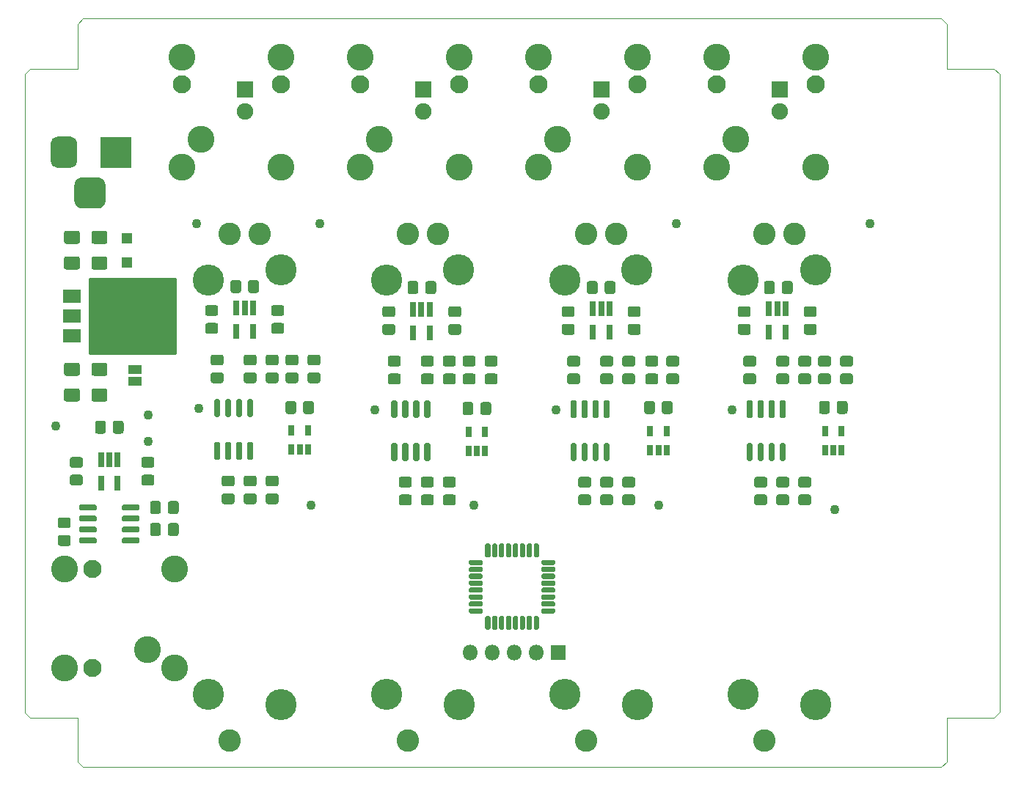
<source format=gbr>
%TF.GenerationSoftware,KiCad,Pcbnew,(5.1.6-0-10_14)*%
%TF.CreationDate,2020-09-25T11:35:30+01:00*%
%TF.ProjectId,DigitalMixerPedal,44696769-7461-46c4-9d69-786572506564,rev?*%
%TF.SameCoordinates,Original*%
%TF.FileFunction,Soldermask,Top*%
%TF.FilePolarity,Negative*%
%FSLAX46Y46*%
G04 Gerber Fmt 4.6, Leading zero omitted, Abs format (unit mm)*
G04 Created by KiCad (PCBNEW (5.1.6-0-10_14)) date 2020-09-25 11:35:30*
%MOMM*%
%LPD*%
G01*
G04 APERTURE LIST*
%TA.AperFunction,Profile*%
%ADD10C,0.050000*%
%TD*%
%ADD11C,1.100000*%
%ADD12R,0.750000X1.160000*%
%ADD13R,0.750000X1.660000*%
%ADD14R,2.100000X1.600000*%
%ADD15R,2.100000X3.900000*%
%ADD16R,1.600000X1.100000*%
%ADD17O,1.800000X1.800000*%
%ADD18R,1.800000X1.800000*%
%ADD19C,1.900000*%
%ADD20R,1.900000X1.900000*%
%ADD21C,2.600000*%
%ADD22C,3.600000*%
%ADD23R,1.200000X1.200000*%
%ADD24C,3.100000*%
%ADD25C,2.100000*%
%ADD26R,3.600000X3.600000*%
%ADD27C,0.254000*%
G04 APERTURE END LIST*
D10*
X148590000Y-140335000D02*
X147955000Y-140970000D01*
X148590000Y-135255000D02*
X148590000Y-140335000D01*
X154051000Y-135255000D02*
X148590000Y-135255000D01*
X154686000Y-134620000D02*
X154051000Y-135255000D01*
X154686000Y-60960000D02*
X154686000Y-134620000D01*
X154051000Y-60325000D02*
X154686000Y-60960000D01*
X148590000Y-60325000D02*
X154051000Y-60325000D01*
X148590000Y-55181500D02*
X148590000Y-60325000D01*
X147955000Y-54546500D02*
X148590000Y-55181500D01*
X48895000Y-54546500D02*
X147955000Y-54546500D01*
X48260000Y-55181500D02*
X48895000Y-54546500D01*
X48260000Y-60325000D02*
X48260000Y-55181500D01*
X42799000Y-60325000D02*
X48260000Y-60325000D01*
X42164000Y-60960000D02*
X42799000Y-60325000D01*
X42164000Y-134683500D02*
X42164000Y-60960000D01*
X42799000Y-135318500D02*
X42164000Y-134683500D01*
X48260000Y-135318500D02*
X42799000Y-135318500D01*
X48260000Y-140335000D02*
X48260000Y-135318500D01*
X48895000Y-140970000D02*
X48260000Y-140335000D01*
X147955000Y-140970000D02*
X48895000Y-140970000D01*
D11*
%TO.C,TP15*%
X56388000Y-100330000D03*
%TD*%
%TO.C,TP14*%
X117348000Y-78232000D03*
%TD*%
%TO.C,TP13*%
X139700000Y-78232000D03*
%TD*%
%TO.C,TP12*%
X61976000Y-78232000D03*
%TD*%
%TO.C,TP11*%
X76200000Y-78232000D03*
%TD*%
%TO.C,TP9*%
X75184000Y-110744000D03*
%TD*%
%TO.C,TP7*%
X93980000Y-110744000D03*
%TD*%
%TO.C,TP5*%
X115316000Y-110744000D03*
%TD*%
%TO.C,TP3*%
X135636000Y-111252000D03*
%TD*%
%TO.C,TP1*%
X45720000Y-101600000D03*
%TD*%
%TO.C,TP10*%
X56388000Y-103378000D03*
%TD*%
%TO.C,TP8*%
X62230000Y-99568000D03*
%TD*%
%TO.C,TP6*%
X82550000Y-99695000D03*
%TD*%
%TO.C,TP4*%
X103505000Y-99695000D03*
%TD*%
%TO.C,TP2*%
X123825000Y-99695000D03*
%TD*%
D12*
%TO.C,U14*%
X72964000Y-102119000D03*
X74864000Y-102119000D03*
X74864000Y-104319000D03*
X73914000Y-104319000D03*
X72964000Y-104319000D03*
%TD*%
D13*
%TO.C,U10*%
X68514000Y-90631000D03*
X66614000Y-90631000D03*
X66614000Y-87931000D03*
X67564000Y-87931000D03*
X68514000Y-87931000D03*
%TD*%
%TO.C,C19*%
G36*
G01*
X70895738Y-89681000D02*
X71852262Y-89681000D01*
G75*
G02*
X72124000Y-89952738I0J-271738D01*
G01*
X72124000Y-90659262D01*
G75*
G02*
X71852262Y-90931000I-271738J0D01*
G01*
X70895738Y-90931000D01*
G75*
G02*
X70624000Y-90659262I0J271738D01*
G01*
X70624000Y-89952738D01*
G75*
G02*
X70895738Y-89681000I271738J0D01*
G01*
G37*
G36*
G01*
X70895738Y-87631000D02*
X71852262Y-87631000D01*
G75*
G02*
X72124000Y-87902738I0J-271738D01*
G01*
X72124000Y-88609262D01*
G75*
G02*
X71852262Y-88881000I-271738J0D01*
G01*
X70895738Y-88881000D01*
G75*
G02*
X70624000Y-88609262I0J271738D01*
G01*
X70624000Y-87902738D01*
G75*
G02*
X70895738Y-87631000I271738J0D01*
G01*
G37*
%TD*%
%TO.C,C15*%
G36*
G01*
X67964000Y-85949262D02*
X67964000Y-84992738D01*
G75*
G02*
X68235738Y-84721000I271738J0D01*
G01*
X68942262Y-84721000D01*
G75*
G02*
X69214000Y-84992738I0J-271738D01*
G01*
X69214000Y-85949262D01*
G75*
G02*
X68942262Y-86221000I-271738J0D01*
G01*
X68235738Y-86221000D01*
G75*
G02*
X67964000Y-85949262I0J271738D01*
G01*
G37*
G36*
G01*
X65914000Y-85949262D02*
X65914000Y-84992738D01*
G75*
G02*
X66185738Y-84721000I271738J0D01*
G01*
X66892262Y-84721000D01*
G75*
G02*
X67164000Y-84992738I0J-271738D01*
G01*
X67164000Y-85949262D01*
G75*
G02*
X66892262Y-86221000I-271738J0D01*
G01*
X66185738Y-86221000D01*
G75*
G02*
X65914000Y-85949262I0J271738D01*
G01*
G37*
%TD*%
%TO.C,C44*%
G36*
G01*
X63275738Y-89681000D02*
X64232262Y-89681000D01*
G75*
G02*
X64504000Y-89952738I0J-271738D01*
G01*
X64504000Y-90659262D01*
G75*
G02*
X64232262Y-90931000I-271738J0D01*
G01*
X63275738Y-90931000D01*
G75*
G02*
X63004000Y-90659262I0J271738D01*
G01*
X63004000Y-89952738D01*
G75*
G02*
X63275738Y-89681000I271738J0D01*
G01*
G37*
G36*
G01*
X63275738Y-87631000D02*
X64232262Y-87631000D01*
G75*
G02*
X64504000Y-87902738I0J-271738D01*
G01*
X64504000Y-88609262D01*
G75*
G02*
X64232262Y-88881000I-271738J0D01*
G01*
X63275738Y-88881000D01*
G75*
G02*
X63004000Y-88609262I0J271738D01*
G01*
X63004000Y-87902738D01*
G75*
G02*
X63275738Y-87631000I271738J0D01*
G01*
G37*
%TD*%
%TO.C,C45*%
G36*
G01*
X47654738Y-107207000D02*
X48611262Y-107207000D01*
G75*
G02*
X48883000Y-107478738I0J-271738D01*
G01*
X48883000Y-108185262D01*
G75*
G02*
X48611262Y-108457000I-271738J0D01*
G01*
X47654738Y-108457000D01*
G75*
G02*
X47383000Y-108185262I0J271738D01*
G01*
X47383000Y-107478738D01*
G75*
G02*
X47654738Y-107207000I271738J0D01*
G01*
G37*
G36*
G01*
X47654738Y-105157000D02*
X48611262Y-105157000D01*
G75*
G02*
X48883000Y-105428738I0J-271738D01*
G01*
X48883000Y-106135262D01*
G75*
G02*
X48611262Y-106407000I-271738J0D01*
G01*
X47654738Y-106407000D01*
G75*
G02*
X47383000Y-106135262I0J271738D01*
G01*
X47383000Y-105428738D01*
G75*
G02*
X47654738Y-105157000I271738J0D01*
G01*
G37*
%TD*%
%TO.C,C43*%
G36*
G01*
X83722738Y-89808000D02*
X84679262Y-89808000D01*
G75*
G02*
X84951000Y-90079738I0J-271738D01*
G01*
X84951000Y-90786262D01*
G75*
G02*
X84679262Y-91058000I-271738J0D01*
G01*
X83722738Y-91058000D01*
G75*
G02*
X83451000Y-90786262I0J271738D01*
G01*
X83451000Y-90079738D01*
G75*
G02*
X83722738Y-89808000I271738J0D01*
G01*
G37*
G36*
G01*
X83722738Y-87758000D02*
X84679262Y-87758000D01*
G75*
G02*
X84951000Y-88029738I0J-271738D01*
G01*
X84951000Y-88736262D01*
G75*
G02*
X84679262Y-89008000I-271738J0D01*
G01*
X83722738Y-89008000D01*
G75*
G02*
X83451000Y-88736262I0J271738D01*
G01*
X83451000Y-88029738D01*
G75*
G02*
X83722738Y-87758000I271738J0D01*
G01*
G37*
%TD*%
%TO.C,C42*%
G36*
G01*
X104423738Y-89808000D02*
X105380262Y-89808000D01*
G75*
G02*
X105652000Y-90079738I0J-271738D01*
G01*
X105652000Y-90786262D01*
G75*
G02*
X105380262Y-91058000I-271738J0D01*
G01*
X104423738Y-91058000D01*
G75*
G02*
X104152000Y-90786262I0J271738D01*
G01*
X104152000Y-90079738D01*
G75*
G02*
X104423738Y-89808000I271738J0D01*
G01*
G37*
G36*
G01*
X104423738Y-87758000D02*
X105380262Y-87758000D01*
G75*
G02*
X105652000Y-88029738I0J-271738D01*
G01*
X105652000Y-88736262D01*
G75*
G02*
X105380262Y-89008000I-271738J0D01*
G01*
X104423738Y-89008000D01*
G75*
G02*
X104152000Y-88736262I0J271738D01*
G01*
X104152000Y-88029738D01*
G75*
G02*
X104423738Y-87758000I271738J0D01*
G01*
G37*
%TD*%
%TO.C,C41*%
G36*
G01*
X124743738Y-89808000D02*
X125700262Y-89808000D01*
G75*
G02*
X125972000Y-90079738I0J-271738D01*
G01*
X125972000Y-90786262D01*
G75*
G02*
X125700262Y-91058000I-271738J0D01*
G01*
X124743738Y-91058000D01*
G75*
G02*
X124472000Y-90786262I0J271738D01*
G01*
X124472000Y-90079738D01*
G75*
G02*
X124743738Y-89808000I271738J0D01*
G01*
G37*
G36*
G01*
X124743738Y-87758000D02*
X125700262Y-87758000D01*
G75*
G02*
X125972000Y-88029738I0J-271738D01*
G01*
X125972000Y-88736262D01*
G75*
G02*
X125700262Y-89008000I-271738J0D01*
G01*
X124743738Y-89008000D01*
G75*
G02*
X124472000Y-88736262I0J271738D01*
G01*
X124472000Y-88029738D01*
G75*
G02*
X124743738Y-87758000I271738J0D01*
G01*
G37*
%TD*%
%TO.C,U16*%
X52893000Y-108157000D03*
X50993000Y-108157000D03*
X50993000Y-105457000D03*
X51943000Y-105457000D03*
X52893000Y-105457000D03*
%TD*%
D12*
%TO.C,U15*%
X134559000Y-102151000D03*
X136459000Y-102151000D03*
X136459000Y-104351000D03*
X135509000Y-104351000D03*
X134559000Y-104351000D03*
%TD*%
%TO.C,U13*%
X93411000Y-102278000D03*
X95311000Y-102278000D03*
X95311000Y-104478000D03*
X94361000Y-104478000D03*
X93411000Y-104478000D03*
%TD*%
%TO.C,U12*%
X114366000Y-102151000D03*
X116266000Y-102151000D03*
X116266000Y-104351000D03*
X115316000Y-104351000D03*
X114366000Y-104351000D03*
%TD*%
%TO.C,U11*%
G36*
G01*
X101950000Y-117042000D02*
X103250000Y-117042000D01*
G75*
G02*
X103400000Y-117192000I0J-150000D01*
G01*
X103400000Y-117492000D01*
G75*
G02*
X103250000Y-117642000I-150000J0D01*
G01*
X101950000Y-117642000D01*
G75*
G02*
X101800000Y-117492000I0J150000D01*
G01*
X101800000Y-117192000D01*
G75*
G02*
X101950000Y-117042000I150000J0D01*
G01*
G37*
G36*
G01*
X101950000Y-117842000D02*
X103250000Y-117842000D01*
G75*
G02*
X103400000Y-117992000I0J-150000D01*
G01*
X103400000Y-118292000D01*
G75*
G02*
X103250000Y-118442000I-150000J0D01*
G01*
X101950000Y-118442000D01*
G75*
G02*
X101800000Y-118292000I0J150000D01*
G01*
X101800000Y-117992000D01*
G75*
G02*
X101950000Y-117842000I150000J0D01*
G01*
G37*
G36*
G01*
X101950000Y-118642000D02*
X103250000Y-118642000D01*
G75*
G02*
X103400000Y-118792000I0J-150000D01*
G01*
X103400000Y-119092000D01*
G75*
G02*
X103250000Y-119242000I-150000J0D01*
G01*
X101950000Y-119242000D01*
G75*
G02*
X101800000Y-119092000I0J150000D01*
G01*
X101800000Y-118792000D01*
G75*
G02*
X101950000Y-118642000I150000J0D01*
G01*
G37*
G36*
G01*
X101950000Y-119442000D02*
X103250000Y-119442000D01*
G75*
G02*
X103400000Y-119592000I0J-150000D01*
G01*
X103400000Y-119892000D01*
G75*
G02*
X103250000Y-120042000I-150000J0D01*
G01*
X101950000Y-120042000D01*
G75*
G02*
X101800000Y-119892000I0J150000D01*
G01*
X101800000Y-119592000D01*
G75*
G02*
X101950000Y-119442000I150000J0D01*
G01*
G37*
G36*
G01*
X101950000Y-120242000D02*
X103250000Y-120242000D01*
G75*
G02*
X103400000Y-120392000I0J-150000D01*
G01*
X103400000Y-120692000D01*
G75*
G02*
X103250000Y-120842000I-150000J0D01*
G01*
X101950000Y-120842000D01*
G75*
G02*
X101800000Y-120692000I0J150000D01*
G01*
X101800000Y-120392000D01*
G75*
G02*
X101950000Y-120242000I150000J0D01*
G01*
G37*
G36*
G01*
X101950000Y-121042000D02*
X103250000Y-121042000D01*
G75*
G02*
X103400000Y-121192000I0J-150000D01*
G01*
X103400000Y-121492000D01*
G75*
G02*
X103250000Y-121642000I-150000J0D01*
G01*
X101950000Y-121642000D01*
G75*
G02*
X101800000Y-121492000I0J150000D01*
G01*
X101800000Y-121192000D01*
G75*
G02*
X101950000Y-121042000I150000J0D01*
G01*
G37*
G36*
G01*
X101950000Y-121842000D02*
X103250000Y-121842000D01*
G75*
G02*
X103400000Y-121992000I0J-150000D01*
G01*
X103400000Y-122292000D01*
G75*
G02*
X103250000Y-122442000I-150000J0D01*
G01*
X101950000Y-122442000D01*
G75*
G02*
X101800000Y-122292000I0J150000D01*
G01*
X101800000Y-121992000D01*
G75*
G02*
X101950000Y-121842000I150000J0D01*
G01*
G37*
G36*
G01*
X101950000Y-122642000D02*
X103250000Y-122642000D01*
G75*
G02*
X103400000Y-122792000I0J-150000D01*
G01*
X103400000Y-123092000D01*
G75*
G02*
X103250000Y-123242000I-150000J0D01*
G01*
X101950000Y-123242000D01*
G75*
G02*
X101800000Y-123092000I0J150000D01*
G01*
X101800000Y-122792000D01*
G75*
G02*
X101950000Y-122642000I150000J0D01*
G01*
G37*
G36*
G01*
X101075000Y-123517000D02*
X101375000Y-123517000D01*
G75*
G02*
X101525000Y-123667000I0J-150000D01*
G01*
X101525000Y-124967000D01*
G75*
G02*
X101375000Y-125117000I-150000J0D01*
G01*
X101075000Y-125117000D01*
G75*
G02*
X100925000Y-124967000I0J150000D01*
G01*
X100925000Y-123667000D01*
G75*
G02*
X101075000Y-123517000I150000J0D01*
G01*
G37*
G36*
G01*
X100275000Y-123517000D02*
X100575000Y-123517000D01*
G75*
G02*
X100725000Y-123667000I0J-150000D01*
G01*
X100725000Y-124967000D01*
G75*
G02*
X100575000Y-125117000I-150000J0D01*
G01*
X100275000Y-125117000D01*
G75*
G02*
X100125000Y-124967000I0J150000D01*
G01*
X100125000Y-123667000D01*
G75*
G02*
X100275000Y-123517000I150000J0D01*
G01*
G37*
G36*
G01*
X99475000Y-123517000D02*
X99775000Y-123517000D01*
G75*
G02*
X99925000Y-123667000I0J-150000D01*
G01*
X99925000Y-124967000D01*
G75*
G02*
X99775000Y-125117000I-150000J0D01*
G01*
X99475000Y-125117000D01*
G75*
G02*
X99325000Y-124967000I0J150000D01*
G01*
X99325000Y-123667000D01*
G75*
G02*
X99475000Y-123517000I150000J0D01*
G01*
G37*
G36*
G01*
X98675000Y-123517000D02*
X98975000Y-123517000D01*
G75*
G02*
X99125000Y-123667000I0J-150000D01*
G01*
X99125000Y-124967000D01*
G75*
G02*
X98975000Y-125117000I-150000J0D01*
G01*
X98675000Y-125117000D01*
G75*
G02*
X98525000Y-124967000I0J150000D01*
G01*
X98525000Y-123667000D01*
G75*
G02*
X98675000Y-123517000I150000J0D01*
G01*
G37*
G36*
G01*
X97875000Y-123517000D02*
X98175000Y-123517000D01*
G75*
G02*
X98325000Y-123667000I0J-150000D01*
G01*
X98325000Y-124967000D01*
G75*
G02*
X98175000Y-125117000I-150000J0D01*
G01*
X97875000Y-125117000D01*
G75*
G02*
X97725000Y-124967000I0J150000D01*
G01*
X97725000Y-123667000D01*
G75*
G02*
X97875000Y-123517000I150000J0D01*
G01*
G37*
G36*
G01*
X97075000Y-123517000D02*
X97375000Y-123517000D01*
G75*
G02*
X97525000Y-123667000I0J-150000D01*
G01*
X97525000Y-124967000D01*
G75*
G02*
X97375000Y-125117000I-150000J0D01*
G01*
X97075000Y-125117000D01*
G75*
G02*
X96925000Y-124967000I0J150000D01*
G01*
X96925000Y-123667000D01*
G75*
G02*
X97075000Y-123517000I150000J0D01*
G01*
G37*
G36*
G01*
X96275000Y-123517000D02*
X96575000Y-123517000D01*
G75*
G02*
X96725000Y-123667000I0J-150000D01*
G01*
X96725000Y-124967000D01*
G75*
G02*
X96575000Y-125117000I-150000J0D01*
G01*
X96275000Y-125117000D01*
G75*
G02*
X96125000Y-124967000I0J150000D01*
G01*
X96125000Y-123667000D01*
G75*
G02*
X96275000Y-123517000I150000J0D01*
G01*
G37*
G36*
G01*
X95475000Y-123517000D02*
X95775000Y-123517000D01*
G75*
G02*
X95925000Y-123667000I0J-150000D01*
G01*
X95925000Y-124967000D01*
G75*
G02*
X95775000Y-125117000I-150000J0D01*
G01*
X95475000Y-125117000D01*
G75*
G02*
X95325000Y-124967000I0J150000D01*
G01*
X95325000Y-123667000D01*
G75*
G02*
X95475000Y-123517000I150000J0D01*
G01*
G37*
G36*
G01*
X93600000Y-122642000D02*
X94900000Y-122642000D01*
G75*
G02*
X95050000Y-122792000I0J-150000D01*
G01*
X95050000Y-123092000D01*
G75*
G02*
X94900000Y-123242000I-150000J0D01*
G01*
X93600000Y-123242000D01*
G75*
G02*
X93450000Y-123092000I0J150000D01*
G01*
X93450000Y-122792000D01*
G75*
G02*
X93600000Y-122642000I150000J0D01*
G01*
G37*
G36*
G01*
X93600000Y-121842000D02*
X94900000Y-121842000D01*
G75*
G02*
X95050000Y-121992000I0J-150000D01*
G01*
X95050000Y-122292000D01*
G75*
G02*
X94900000Y-122442000I-150000J0D01*
G01*
X93600000Y-122442000D01*
G75*
G02*
X93450000Y-122292000I0J150000D01*
G01*
X93450000Y-121992000D01*
G75*
G02*
X93600000Y-121842000I150000J0D01*
G01*
G37*
G36*
G01*
X93600000Y-121042000D02*
X94900000Y-121042000D01*
G75*
G02*
X95050000Y-121192000I0J-150000D01*
G01*
X95050000Y-121492000D01*
G75*
G02*
X94900000Y-121642000I-150000J0D01*
G01*
X93600000Y-121642000D01*
G75*
G02*
X93450000Y-121492000I0J150000D01*
G01*
X93450000Y-121192000D01*
G75*
G02*
X93600000Y-121042000I150000J0D01*
G01*
G37*
G36*
G01*
X93600000Y-120242000D02*
X94900000Y-120242000D01*
G75*
G02*
X95050000Y-120392000I0J-150000D01*
G01*
X95050000Y-120692000D01*
G75*
G02*
X94900000Y-120842000I-150000J0D01*
G01*
X93600000Y-120842000D01*
G75*
G02*
X93450000Y-120692000I0J150000D01*
G01*
X93450000Y-120392000D01*
G75*
G02*
X93600000Y-120242000I150000J0D01*
G01*
G37*
G36*
G01*
X93600000Y-119442000D02*
X94900000Y-119442000D01*
G75*
G02*
X95050000Y-119592000I0J-150000D01*
G01*
X95050000Y-119892000D01*
G75*
G02*
X94900000Y-120042000I-150000J0D01*
G01*
X93600000Y-120042000D01*
G75*
G02*
X93450000Y-119892000I0J150000D01*
G01*
X93450000Y-119592000D01*
G75*
G02*
X93600000Y-119442000I150000J0D01*
G01*
G37*
G36*
G01*
X93600000Y-118642000D02*
X94900000Y-118642000D01*
G75*
G02*
X95050000Y-118792000I0J-150000D01*
G01*
X95050000Y-119092000D01*
G75*
G02*
X94900000Y-119242000I-150000J0D01*
G01*
X93600000Y-119242000D01*
G75*
G02*
X93450000Y-119092000I0J150000D01*
G01*
X93450000Y-118792000D01*
G75*
G02*
X93600000Y-118642000I150000J0D01*
G01*
G37*
G36*
G01*
X93600000Y-117842000D02*
X94900000Y-117842000D01*
G75*
G02*
X95050000Y-117992000I0J-150000D01*
G01*
X95050000Y-118292000D01*
G75*
G02*
X94900000Y-118442000I-150000J0D01*
G01*
X93600000Y-118442000D01*
G75*
G02*
X93450000Y-118292000I0J150000D01*
G01*
X93450000Y-117992000D01*
G75*
G02*
X93600000Y-117842000I150000J0D01*
G01*
G37*
G36*
G01*
X93600000Y-117042000D02*
X94900000Y-117042000D01*
G75*
G02*
X95050000Y-117192000I0J-150000D01*
G01*
X95050000Y-117492000D01*
G75*
G02*
X94900000Y-117642000I-150000J0D01*
G01*
X93600000Y-117642000D01*
G75*
G02*
X93450000Y-117492000I0J150000D01*
G01*
X93450000Y-117192000D01*
G75*
G02*
X93600000Y-117042000I150000J0D01*
G01*
G37*
G36*
G01*
X95475000Y-115167000D02*
X95775000Y-115167000D01*
G75*
G02*
X95925000Y-115317000I0J-150000D01*
G01*
X95925000Y-116617000D01*
G75*
G02*
X95775000Y-116767000I-150000J0D01*
G01*
X95475000Y-116767000D01*
G75*
G02*
X95325000Y-116617000I0J150000D01*
G01*
X95325000Y-115317000D01*
G75*
G02*
X95475000Y-115167000I150000J0D01*
G01*
G37*
G36*
G01*
X96275000Y-115167000D02*
X96575000Y-115167000D01*
G75*
G02*
X96725000Y-115317000I0J-150000D01*
G01*
X96725000Y-116617000D01*
G75*
G02*
X96575000Y-116767000I-150000J0D01*
G01*
X96275000Y-116767000D01*
G75*
G02*
X96125000Y-116617000I0J150000D01*
G01*
X96125000Y-115317000D01*
G75*
G02*
X96275000Y-115167000I150000J0D01*
G01*
G37*
G36*
G01*
X97075000Y-115167000D02*
X97375000Y-115167000D01*
G75*
G02*
X97525000Y-115317000I0J-150000D01*
G01*
X97525000Y-116617000D01*
G75*
G02*
X97375000Y-116767000I-150000J0D01*
G01*
X97075000Y-116767000D01*
G75*
G02*
X96925000Y-116617000I0J150000D01*
G01*
X96925000Y-115317000D01*
G75*
G02*
X97075000Y-115167000I150000J0D01*
G01*
G37*
G36*
G01*
X97875000Y-115167000D02*
X98175000Y-115167000D01*
G75*
G02*
X98325000Y-115317000I0J-150000D01*
G01*
X98325000Y-116617000D01*
G75*
G02*
X98175000Y-116767000I-150000J0D01*
G01*
X97875000Y-116767000D01*
G75*
G02*
X97725000Y-116617000I0J150000D01*
G01*
X97725000Y-115317000D01*
G75*
G02*
X97875000Y-115167000I150000J0D01*
G01*
G37*
G36*
G01*
X98675000Y-115167000D02*
X98975000Y-115167000D01*
G75*
G02*
X99125000Y-115317000I0J-150000D01*
G01*
X99125000Y-116617000D01*
G75*
G02*
X98975000Y-116767000I-150000J0D01*
G01*
X98675000Y-116767000D01*
G75*
G02*
X98525000Y-116617000I0J150000D01*
G01*
X98525000Y-115317000D01*
G75*
G02*
X98675000Y-115167000I150000J0D01*
G01*
G37*
G36*
G01*
X99475000Y-115167000D02*
X99775000Y-115167000D01*
G75*
G02*
X99925000Y-115317000I0J-150000D01*
G01*
X99925000Y-116617000D01*
G75*
G02*
X99775000Y-116767000I-150000J0D01*
G01*
X99475000Y-116767000D01*
G75*
G02*
X99325000Y-116617000I0J150000D01*
G01*
X99325000Y-115317000D01*
G75*
G02*
X99475000Y-115167000I150000J0D01*
G01*
G37*
G36*
G01*
X100275000Y-115167000D02*
X100575000Y-115167000D01*
G75*
G02*
X100725000Y-115317000I0J-150000D01*
G01*
X100725000Y-116617000D01*
G75*
G02*
X100575000Y-116767000I-150000J0D01*
G01*
X100275000Y-116767000D01*
G75*
G02*
X100125000Y-116617000I0J150000D01*
G01*
X100125000Y-115317000D01*
G75*
G02*
X100275000Y-115167000I150000J0D01*
G01*
G37*
G36*
G01*
X101075000Y-115167000D02*
X101375000Y-115167000D01*
G75*
G02*
X101525000Y-115317000I0J-150000D01*
G01*
X101525000Y-116617000D01*
G75*
G02*
X101375000Y-116767000I-150000J0D01*
G01*
X101075000Y-116767000D01*
G75*
G02*
X100925000Y-116617000I0J150000D01*
G01*
X100925000Y-115317000D01*
G75*
G02*
X101075000Y-115167000I150000J0D01*
G01*
G37*
%TD*%
D13*
%TO.C,U8*%
X88897000Y-90812000D03*
X86997000Y-90812000D03*
X86997000Y-88112000D03*
X87947000Y-88112000D03*
X88897000Y-88112000D03*
%TD*%
%TO.C,U6*%
X109662000Y-90758000D03*
X107762000Y-90758000D03*
X107762000Y-88058000D03*
X108712000Y-88058000D03*
X109662000Y-88058000D03*
%TD*%
%TO.C,U4*%
X129982000Y-90758000D03*
X128082000Y-90758000D03*
X128082000Y-88058000D03*
X129032000Y-88058000D03*
X129982000Y-88058000D03*
%TD*%
D14*
%TO.C,U2*%
X47650000Y-86600000D03*
X47650000Y-91200000D03*
X47650000Y-88900000D03*
D15*
X53950000Y-88900000D03*
%TD*%
%TO.C,R18*%
G36*
G01*
X134014738Y-95523000D02*
X134971262Y-95523000D01*
G75*
G02*
X135243000Y-95794738I0J-271738D01*
G01*
X135243000Y-96501262D01*
G75*
G02*
X134971262Y-96773000I-271738J0D01*
G01*
X134014738Y-96773000D01*
G75*
G02*
X133743000Y-96501262I0J271738D01*
G01*
X133743000Y-95794738D01*
G75*
G02*
X134014738Y-95523000I271738J0D01*
G01*
G37*
G36*
G01*
X134014738Y-93473000D02*
X134971262Y-93473000D01*
G75*
G02*
X135243000Y-93744738I0J-271738D01*
G01*
X135243000Y-94451262D01*
G75*
G02*
X134971262Y-94723000I-271738J0D01*
G01*
X134014738Y-94723000D01*
G75*
G02*
X133743000Y-94451262I0J271738D01*
G01*
X133743000Y-93744738D01*
G75*
G02*
X134014738Y-93473000I271738J0D01*
G01*
G37*
%TD*%
%TO.C,R17*%
G36*
G01*
X72546738Y-95396000D02*
X73503262Y-95396000D01*
G75*
G02*
X73775000Y-95667738I0J-271738D01*
G01*
X73775000Y-96374262D01*
G75*
G02*
X73503262Y-96646000I-271738J0D01*
G01*
X72546738Y-96646000D01*
G75*
G02*
X72275000Y-96374262I0J271738D01*
G01*
X72275000Y-95667738D01*
G75*
G02*
X72546738Y-95396000I271738J0D01*
G01*
G37*
G36*
G01*
X72546738Y-93346000D02*
X73503262Y-93346000D01*
G75*
G02*
X73775000Y-93617738I0J-271738D01*
G01*
X73775000Y-94324262D01*
G75*
G02*
X73503262Y-94596000I-271738J0D01*
G01*
X72546738Y-94596000D01*
G75*
G02*
X72275000Y-94324262I0J271738D01*
G01*
X72275000Y-93617738D01*
G75*
G02*
X72546738Y-93346000I271738J0D01*
G01*
G37*
%TD*%
%TO.C,R14*%
G36*
G01*
X92993738Y-95523000D02*
X93950262Y-95523000D01*
G75*
G02*
X94222000Y-95794738I0J-271738D01*
G01*
X94222000Y-96501262D01*
G75*
G02*
X93950262Y-96773000I-271738J0D01*
G01*
X92993738Y-96773000D01*
G75*
G02*
X92722000Y-96501262I0J271738D01*
G01*
X92722000Y-95794738D01*
G75*
G02*
X92993738Y-95523000I271738J0D01*
G01*
G37*
G36*
G01*
X92993738Y-93473000D02*
X93950262Y-93473000D01*
G75*
G02*
X94222000Y-93744738I0J-271738D01*
G01*
X94222000Y-94451262D01*
G75*
G02*
X93950262Y-94723000I-271738J0D01*
G01*
X92993738Y-94723000D01*
G75*
G02*
X92722000Y-94451262I0J271738D01*
G01*
X92722000Y-93744738D01*
G75*
G02*
X92993738Y-93473000I271738J0D01*
G01*
G37*
%TD*%
%TO.C,R13*%
G36*
G01*
X114075738Y-95523000D02*
X115032262Y-95523000D01*
G75*
G02*
X115304000Y-95794738I0J-271738D01*
G01*
X115304000Y-96501262D01*
G75*
G02*
X115032262Y-96773000I-271738J0D01*
G01*
X114075738Y-96773000D01*
G75*
G02*
X113804000Y-96501262I0J271738D01*
G01*
X113804000Y-95794738D01*
G75*
G02*
X114075738Y-95523000I271738J0D01*
G01*
G37*
G36*
G01*
X114075738Y-93473000D02*
X115032262Y-93473000D01*
G75*
G02*
X115304000Y-93744738I0J-271738D01*
G01*
X115304000Y-94451262D01*
G75*
G02*
X115032262Y-94723000I-271738J0D01*
G01*
X114075738Y-94723000D01*
G75*
G02*
X113804000Y-94451262I0J271738D01*
G01*
X113804000Y-93744738D01*
G75*
G02*
X114075738Y-93473000I271738J0D01*
G01*
G37*
%TD*%
D16*
%TO.C,JP1*%
X54864000Y-95108000D03*
X54864000Y-96408000D03*
%TD*%
D17*
%TO.C,J7*%
X93599000Y-127762000D03*
X96139000Y-127762000D03*
X98679000Y-127762000D03*
X101219000Y-127762000D03*
D18*
X103759000Y-127762000D03*
%TD*%
D19*
%TO.C,D5*%
X129286000Y-65278000D03*
D20*
X129286000Y-62738000D03*
%TD*%
D19*
%TO.C,D4*%
X108712000Y-65278000D03*
D20*
X108712000Y-62738000D03*
%TD*%
D19*
%TO.C,D3*%
X88138000Y-65278000D03*
D20*
X88138000Y-62738000D03*
%TD*%
D19*
%TO.C,D2*%
X67564000Y-65278000D03*
D20*
X67564000Y-62738000D03*
%TD*%
%TO.C,C40*%
G36*
G01*
X55909738Y-107207000D02*
X56866262Y-107207000D01*
G75*
G02*
X57138000Y-107478738I0J-271738D01*
G01*
X57138000Y-108185262D01*
G75*
G02*
X56866262Y-108457000I-271738J0D01*
G01*
X55909738Y-108457000D01*
G75*
G02*
X55638000Y-108185262I0J271738D01*
G01*
X55638000Y-107478738D01*
G75*
G02*
X55909738Y-107207000I271738J0D01*
G01*
G37*
G36*
G01*
X55909738Y-105157000D02*
X56866262Y-105157000D01*
G75*
G02*
X57138000Y-105428738I0J-271738D01*
G01*
X57138000Y-106135262D01*
G75*
G02*
X56866262Y-106407000I-271738J0D01*
G01*
X55909738Y-106407000D01*
G75*
G02*
X55638000Y-106135262I0J271738D01*
G01*
X55638000Y-105428738D01*
G75*
G02*
X55909738Y-105157000I271738J0D01*
G01*
G37*
%TD*%
%TO.C,C39*%
G36*
G01*
X52343000Y-102205262D02*
X52343000Y-101248738D01*
G75*
G02*
X52614738Y-100977000I271738J0D01*
G01*
X53321262Y-100977000D01*
G75*
G02*
X53593000Y-101248738I0J-271738D01*
G01*
X53593000Y-102205262D01*
G75*
G02*
X53321262Y-102477000I-271738J0D01*
G01*
X52614738Y-102477000D01*
G75*
G02*
X52343000Y-102205262I0J271738D01*
G01*
G37*
G36*
G01*
X50293000Y-102205262D02*
X50293000Y-101248738D01*
G75*
G02*
X50564738Y-100977000I271738J0D01*
G01*
X51271262Y-100977000D01*
G75*
G02*
X51543000Y-101248738I0J-271738D01*
G01*
X51543000Y-102205262D01*
G75*
G02*
X51271262Y-102477000I-271738J0D01*
G01*
X50564738Y-102477000D01*
G75*
G02*
X50293000Y-102205262I0J271738D01*
G01*
G37*
%TD*%
%TO.C,C38*%
G36*
G01*
X136554738Y-95523000D02*
X137511262Y-95523000D01*
G75*
G02*
X137783000Y-95794738I0J-271738D01*
G01*
X137783000Y-96501262D01*
G75*
G02*
X137511262Y-96773000I-271738J0D01*
G01*
X136554738Y-96773000D01*
G75*
G02*
X136283000Y-96501262I0J271738D01*
G01*
X136283000Y-95794738D01*
G75*
G02*
X136554738Y-95523000I271738J0D01*
G01*
G37*
G36*
G01*
X136554738Y-93473000D02*
X137511262Y-93473000D01*
G75*
G02*
X137783000Y-93744738I0J-271738D01*
G01*
X137783000Y-94451262D01*
G75*
G02*
X137511262Y-94723000I-271738J0D01*
G01*
X136554738Y-94723000D01*
G75*
G02*
X136283000Y-94451262I0J271738D01*
G01*
X136283000Y-93744738D01*
G75*
G02*
X136554738Y-93473000I271738J0D01*
G01*
G37*
%TD*%
%TO.C,C37*%
G36*
G01*
X135909000Y-99919262D02*
X135909000Y-98962738D01*
G75*
G02*
X136180738Y-98691000I271738J0D01*
G01*
X136887262Y-98691000D01*
G75*
G02*
X137159000Y-98962738I0J-271738D01*
G01*
X137159000Y-99919262D01*
G75*
G02*
X136887262Y-100191000I-271738J0D01*
G01*
X136180738Y-100191000D01*
G75*
G02*
X135909000Y-99919262I0J271738D01*
G01*
G37*
G36*
G01*
X133859000Y-99919262D02*
X133859000Y-98962738D01*
G75*
G02*
X134130738Y-98691000I271738J0D01*
G01*
X134837262Y-98691000D01*
G75*
G02*
X135109000Y-98962738I0J-271738D01*
G01*
X135109000Y-99919262D01*
G75*
G02*
X134837262Y-100191000I-271738J0D01*
G01*
X134130738Y-100191000D01*
G75*
G02*
X133859000Y-99919262I0J271738D01*
G01*
G37*
%TD*%
%TO.C,C36*%
G36*
G01*
X75086738Y-95396000D02*
X76043262Y-95396000D01*
G75*
G02*
X76315000Y-95667738I0J-271738D01*
G01*
X76315000Y-96374262D01*
G75*
G02*
X76043262Y-96646000I-271738J0D01*
G01*
X75086738Y-96646000D01*
G75*
G02*
X74815000Y-96374262I0J271738D01*
G01*
X74815000Y-95667738D01*
G75*
G02*
X75086738Y-95396000I271738J0D01*
G01*
G37*
G36*
G01*
X75086738Y-93346000D02*
X76043262Y-93346000D01*
G75*
G02*
X76315000Y-93617738I0J-271738D01*
G01*
X76315000Y-94324262D01*
G75*
G02*
X76043262Y-94596000I-271738J0D01*
G01*
X75086738Y-94596000D01*
G75*
G02*
X74815000Y-94324262I0J271738D01*
G01*
X74815000Y-93617738D01*
G75*
G02*
X75086738Y-93346000I271738J0D01*
G01*
G37*
%TD*%
%TO.C,C35*%
G36*
G01*
X74314000Y-99919262D02*
X74314000Y-98962738D01*
G75*
G02*
X74585738Y-98691000I271738J0D01*
G01*
X75292262Y-98691000D01*
G75*
G02*
X75564000Y-98962738I0J-271738D01*
G01*
X75564000Y-99919262D01*
G75*
G02*
X75292262Y-100191000I-271738J0D01*
G01*
X74585738Y-100191000D01*
G75*
G02*
X74314000Y-99919262I0J271738D01*
G01*
G37*
G36*
G01*
X72264000Y-99919262D02*
X72264000Y-98962738D01*
G75*
G02*
X72535738Y-98691000I271738J0D01*
G01*
X73242262Y-98691000D01*
G75*
G02*
X73514000Y-98962738I0J-271738D01*
G01*
X73514000Y-99919262D01*
G75*
G02*
X73242262Y-100191000I-271738J0D01*
G01*
X72535738Y-100191000D01*
G75*
G02*
X72264000Y-99919262I0J271738D01*
G01*
G37*
%TD*%
%TO.C,C34*%
G36*
G01*
X95533738Y-95523000D02*
X96490262Y-95523000D01*
G75*
G02*
X96762000Y-95794738I0J-271738D01*
G01*
X96762000Y-96501262D01*
G75*
G02*
X96490262Y-96773000I-271738J0D01*
G01*
X95533738Y-96773000D01*
G75*
G02*
X95262000Y-96501262I0J271738D01*
G01*
X95262000Y-95794738D01*
G75*
G02*
X95533738Y-95523000I271738J0D01*
G01*
G37*
G36*
G01*
X95533738Y-93473000D02*
X96490262Y-93473000D01*
G75*
G02*
X96762000Y-93744738I0J-271738D01*
G01*
X96762000Y-94451262D01*
G75*
G02*
X96490262Y-94723000I-271738J0D01*
G01*
X95533738Y-94723000D01*
G75*
G02*
X95262000Y-94451262I0J271738D01*
G01*
X95262000Y-93744738D01*
G75*
G02*
X95533738Y-93473000I271738J0D01*
G01*
G37*
%TD*%
%TO.C,C33*%
G36*
G01*
X94761000Y-100046262D02*
X94761000Y-99089738D01*
G75*
G02*
X95032738Y-98818000I271738J0D01*
G01*
X95739262Y-98818000D01*
G75*
G02*
X96011000Y-99089738I0J-271738D01*
G01*
X96011000Y-100046262D01*
G75*
G02*
X95739262Y-100318000I-271738J0D01*
G01*
X95032738Y-100318000D01*
G75*
G02*
X94761000Y-100046262I0J271738D01*
G01*
G37*
G36*
G01*
X92711000Y-100046262D02*
X92711000Y-99089738D01*
G75*
G02*
X92982738Y-98818000I271738J0D01*
G01*
X93689262Y-98818000D01*
G75*
G02*
X93961000Y-99089738I0J-271738D01*
G01*
X93961000Y-100046262D01*
G75*
G02*
X93689262Y-100318000I-271738J0D01*
G01*
X92982738Y-100318000D01*
G75*
G02*
X92711000Y-100046262I0J271738D01*
G01*
G37*
%TD*%
%TO.C,C32*%
G36*
G01*
X116488738Y-95523000D02*
X117445262Y-95523000D01*
G75*
G02*
X117717000Y-95794738I0J-271738D01*
G01*
X117717000Y-96501262D01*
G75*
G02*
X117445262Y-96773000I-271738J0D01*
G01*
X116488738Y-96773000D01*
G75*
G02*
X116217000Y-96501262I0J271738D01*
G01*
X116217000Y-95794738D01*
G75*
G02*
X116488738Y-95523000I271738J0D01*
G01*
G37*
G36*
G01*
X116488738Y-93473000D02*
X117445262Y-93473000D01*
G75*
G02*
X117717000Y-93744738I0J-271738D01*
G01*
X117717000Y-94451262D01*
G75*
G02*
X117445262Y-94723000I-271738J0D01*
G01*
X116488738Y-94723000D01*
G75*
G02*
X116217000Y-94451262I0J271738D01*
G01*
X116217000Y-93744738D01*
G75*
G02*
X116488738Y-93473000I271738J0D01*
G01*
G37*
%TD*%
%TO.C,C31*%
G36*
G01*
X115716000Y-99919262D02*
X115716000Y-98962738D01*
G75*
G02*
X115987738Y-98691000I271738J0D01*
G01*
X116694262Y-98691000D01*
G75*
G02*
X116966000Y-98962738I0J-271738D01*
G01*
X116966000Y-99919262D01*
G75*
G02*
X116694262Y-100191000I-271738J0D01*
G01*
X115987738Y-100191000D01*
G75*
G02*
X115716000Y-99919262I0J271738D01*
G01*
G37*
G36*
G01*
X113666000Y-99919262D02*
X113666000Y-98962738D01*
G75*
G02*
X113937738Y-98691000I271738J0D01*
G01*
X114644262Y-98691000D01*
G75*
G02*
X114916000Y-98962738I0J-271738D01*
G01*
X114916000Y-99919262D01*
G75*
G02*
X114644262Y-100191000I-271738J0D01*
G01*
X113937738Y-100191000D01*
G75*
G02*
X113666000Y-99919262I0J271738D01*
G01*
G37*
%TD*%
%TO.C,C21*%
G36*
G01*
X50142544Y-97245000D02*
X51457456Y-97245000D01*
G75*
G02*
X51725000Y-97512544I0J-267544D01*
G01*
X51725000Y-98502456D01*
G75*
G02*
X51457456Y-98770000I-267544J0D01*
G01*
X50142544Y-98770000D01*
G75*
G02*
X49875000Y-98502456I0J267544D01*
G01*
X49875000Y-97512544D01*
G75*
G02*
X50142544Y-97245000I267544J0D01*
G01*
G37*
G36*
G01*
X50142544Y-94270000D02*
X51457456Y-94270000D01*
G75*
G02*
X51725000Y-94537544I0J-267544D01*
G01*
X51725000Y-95527456D01*
G75*
G02*
X51457456Y-95795000I-267544J0D01*
G01*
X50142544Y-95795000D01*
G75*
G02*
X49875000Y-95527456I0J267544D01*
G01*
X49875000Y-94537544D01*
G75*
G02*
X50142544Y-94270000I267544J0D01*
G01*
G37*
%TD*%
%TO.C,C20*%
G36*
G01*
X51457456Y-80555000D02*
X50142544Y-80555000D01*
G75*
G02*
X49875000Y-80287456I0J267544D01*
G01*
X49875000Y-79297544D01*
G75*
G02*
X50142544Y-79030000I267544J0D01*
G01*
X51457456Y-79030000D01*
G75*
G02*
X51725000Y-79297544I0J-267544D01*
G01*
X51725000Y-80287456D01*
G75*
G02*
X51457456Y-80555000I-267544J0D01*
G01*
G37*
G36*
G01*
X51457456Y-83530000D02*
X50142544Y-83530000D01*
G75*
G02*
X49875000Y-83262456I0J267544D01*
G01*
X49875000Y-82272544D01*
G75*
G02*
X50142544Y-82005000I267544J0D01*
G01*
X51457456Y-82005000D01*
G75*
G02*
X51725000Y-82272544I0J-267544D01*
G01*
X51725000Y-83262456D01*
G75*
G02*
X51457456Y-83530000I-267544J0D01*
G01*
G37*
%TD*%
%TO.C,C14*%
G36*
G01*
X91342738Y-89808000D02*
X92299262Y-89808000D01*
G75*
G02*
X92571000Y-90079738I0J-271738D01*
G01*
X92571000Y-90786262D01*
G75*
G02*
X92299262Y-91058000I-271738J0D01*
G01*
X91342738Y-91058000D01*
G75*
G02*
X91071000Y-90786262I0J271738D01*
G01*
X91071000Y-90079738D01*
G75*
G02*
X91342738Y-89808000I271738J0D01*
G01*
G37*
G36*
G01*
X91342738Y-87758000D02*
X92299262Y-87758000D01*
G75*
G02*
X92571000Y-88029738I0J-271738D01*
G01*
X92571000Y-88736262D01*
G75*
G02*
X92299262Y-89008000I-271738J0D01*
G01*
X91342738Y-89008000D01*
G75*
G02*
X91071000Y-88736262I0J271738D01*
G01*
X91071000Y-88029738D01*
G75*
G02*
X91342738Y-87758000I271738J0D01*
G01*
G37*
%TD*%
%TO.C,C13*%
G36*
G01*
X88411000Y-86076262D02*
X88411000Y-85119738D01*
G75*
G02*
X88682738Y-84848000I271738J0D01*
G01*
X89389262Y-84848000D01*
G75*
G02*
X89661000Y-85119738I0J-271738D01*
G01*
X89661000Y-86076262D01*
G75*
G02*
X89389262Y-86348000I-271738J0D01*
G01*
X88682738Y-86348000D01*
G75*
G02*
X88411000Y-86076262I0J271738D01*
G01*
G37*
G36*
G01*
X86361000Y-86076262D02*
X86361000Y-85119738D01*
G75*
G02*
X86632738Y-84848000I271738J0D01*
G01*
X87339262Y-84848000D01*
G75*
G02*
X87611000Y-85119738I0J-271738D01*
G01*
X87611000Y-86076262D01*
G75*
G02*
X87339262Y-86348000I-271738J0D01*
G01*
X86632738Y-86348000D01*
G75*
G02*
X86361000Y-86076262I0J271738D01*
G01*
G37*
%TD*%
%TO.C,C9*%
G36*
G01*
X112043738Y-89808000D02*
X113000262Y-89808000D01*
G75*
G02*
X113272000Y-90079738I0J-271738D01*
G01*
X113272000Y-90786262D01*
G75*
G02*
X113000262Y-91058000I-271738J0D01*
G01*
X112043738Y-91058000D01*
G75*
G02*
X111772000Y-90786262I0J271738D01*
G01*
X111772000Y-90079738D01*
G75*
G02*
X112043738Y-89808000I271738J0D01*
G01*
G37*
G36*
G01*
X112043738Y-87758000D02*
X113000262Y-87758000D01*
G75*
G02*
X113272000Y-88029738I0J-271738D01*
G01*
X113272000Y-88736262D01*
G75*
G02*
X113000262Y-89008000I-271738J0D01*
G01*
X112043738Y-89008000D01*
G75*
G02*
X111772000Y-88736262I0J271738D01*
G01*
X111772000Y-88029738D01*
G75*
G02*
X112043738Y-87758000I271738J0D01*
G01*
G37*
%TD*%
%TO.C,C8*%
G36*
G01*
X109112000Y-86076262D02*
X109112000Y-85119738D01*
G75*
G02*
X109383738Y-84848000I271738J0D01*
G01*
X110090262Y-84848000D01*
G75*
G02*
X110362000Y-85119738I0J-271738D01*
G01*
X110362000Y-86076262D01*
G75*
G02*
X110090262Y-86348000I-271738J0D01*
G01*
X109383738Y-86348000D01*
G75*
G02*
X109112000Y-86076262I0J271738D01*
G01*
G37*
G36*
G01*
X107062000Y-86076262D02*
X107062000Y-85119738D01*
G75*
G02*
X107333738Y-84848000I271738J0D01*
G01*
X108040262Y-84848000D01*
G75*
G02*
X108312000Y-85119738I0J-271738D01*
G01*
X108312000Y-86076262D01*
G75*
G02*
X108040262Y-86348000I-271738J0D01*
G01*
X107333738Y-86348000D01*
G75*
G02*
X107062000Y-86076262I0J271738D01*
G01*
G37*
%TD*%
%TO.C,C7*%
G36*
G01*
X132363738Y-89808000D02*
X133320262Y-89808000D01*
G75*
G02*
X133592000Y-90079738I0J-271738D01*
G01*
X133592000Y-90786262D01*
G75*
G02*
X133320262Y-91058000I-271738J0D01*
G01*
X132363738Y-91058000D01*
G75*
G02*
X132092000Y-90786262I0J271738D01*
G01*
X132092000Y-90079738D01*
G75*
G02*
X132363738Y-89808000I271738J0D01*
G01*
G37*
G36*
G01*
X132363738Y-87758000D02*
X133320262Y-87758000D01*
G75*
G02*
X133592000Y-88029738I0J-271738D01*
G01*
X133592000Y-88736262D01*
G75*
G02*
X133320262Y-89008000I-271738J0D01*
G01*
X132363738Y-89008000D01*
G75*
G02*
X132092000Y-88736262I0J271738D01*
G01*
X132092000Y-88029738D01*
G75*
G02*
X132363738Y-87758000I271738J0D01*
G01*
G37*
%TD*%
%TO.C,C3*%
G36*
G01*
X129559000Y-86076262D02*
X129559000Y-85119738D01*
G75*
G02*
X129830738Y-84848000I271738J0D01*
G01*
X130537262Y-84848000D01*
G75*
G02*
X130809000Y-85119738I0J-271738D01*
G01*
X130809000Y-86076262D01*
G75*
G02*
X130537262Y-86348000I-271738J0D01*
G01*
X129830738Y-86348000D01*
G75*
G02*
X129559000Y-86076262I0J271738D01*
G01*
G37*
G36*
G01*
X127509000Y-86076262D02*
X127509000Y-85119738D01*
G75*
G02*
X127780738Y-84848000I271738J0D01*
G01*
X128487262Y-84848000D01*
G75*
G02*
X128759000Y-85119738I0J-271738D01*
G01*
X128759000Y-86076262D01*
G75*
G02*
X128487262Y-86348000I-271738J0D01*
G01*
X127780738Y-86348000D01*
G75*
G02*
X127509000Y-86076262I0J271738D01*
G01*
G37*
%TD*%
%TO.C,R1*%
G36*
G01*
X132685262Y-108693000D02*
X131728738Y-108693000D01*
G75*
G02*
X131457000Y-108421262I0J271738D01*
G01*
X131457000Y-107714738D01*
G75*
G02*
X131728738Y-107443000I271738J0D01*
G01*
X132685262Y-107443000D01*
G75*
G02*
X132957000Y-107714738I0J-271738D01*
G01*
X132957000Y-108421262D01*
G75*
G02*
X132685262Y-108693000I-271738J0D01*
G01*
G37*
G36*
G01*
X132685262Y-110743000D02*
X131728738Y-110743000D01*
G75*
G02*
X131457000Y-110471262I0J271738D01*
G01*
X131457000Y-109764738D01*
G75*
G02*
X131728738Y-109493000I271738J0D01*
G01*
X132685262Y-109493000D01*
G75*
G02*
X132957000Y-109764738I0J-271738D01*
G01*
X132957000Y-110471262D01*
G75*
G02*
X132685262Y-110743000I-271738J0D01*
G01*
G37*
%TD*%
D21*
%TO.C,RV3*%
X86360000Y-79425800D03*
X89865200Y-79425800D03*
X86360000Y-137922000D03*
D22*
X83921600Y-84759800D03*
X92278200Y-83566000D03*
X83921600Y-132562600D03*
X92303600Y-133781800D03*
%TD*%
D21*
%TO.C,RV4*%
X65811400Y-79425800D03*
X69316600Y-79425800D03*
X65811400Y-137922000D03*
D22*
X63373000Y-84759800D03*
X71729600Y-83566000D03*
X63373000Y-132562600D03*
X71755000Y-133781800D03*
%TD*%
D21*
%TO.C,RV2*%
X106934000Y-79425800D03*
X110439200Y-79425800D03*
X106934000Y-137922000D03*
D22*
X104495600Y-84759800D03*
X112852200Y-83566000D03*
X104495600Y-132562600D03*
X112877600Y-133781800D03*
%TD*%
D21*
%TO.C,RV1*%
X127533400Y-79425800D03*
X131038600Y-79425800D03*
X127533400Y-137922000D03*
D22*
X125095000Y-84759800D03*
X133451600Y-83566000D03*
X125095000Y-132562600D03*
X133477000Y-133781800D03*
%TD*%
%TO.C,C29*%
G36*
G01*
X47214262Y-113392000D02*
X46257738Y-113392000D01*
G75*
G02*
X45986000Y-113120262I0J271738D01*
G01*
X45986000Y-112413738D01*
G75*
G02*
X46257738Y-112142000I271738J0D01*
G01*
X47214262Y-112142000D01*
G75*
G02*
X47486000Y-112413738I0J-271738D01*
G01*
X47486000Y-113120262D01*
G75*
G02*
X47214262Y-113392000I-271738J0D01*
G01*
G37*
G36*
G01*
X47214262Y-115442000D02*
X46257738Y-115442000D01*
G75*
G02*
X45986000Y-115170262I0J271738D01*
G01*
X45986000Y-114463738D01*
G75*
G02*
X46257738Y-114192000I271738J0D01*
G01*
X47214262Y-114192000D01*
G75*
G02*
X47486000Y-114463738I0J-271738D01*
G01*
X47486000Y-115170262D01*
G75*
G02*
X47214262Y-115442000I-271738J0D01*
G01*
G37*
%TD*%
%TO.C,C28*%
G36*
G01*
X58693000Y-111476262D02*
X58693000Y-110519738D01*
G75*
G02*
X58964738Y-110248000I271738J0D01*
G01*
X59671262Y-110248000D01*
G75*
G02*
X59943000Y-110519738I0J-271738D01*
G01*
X59943000Y-111476262D01*
G75*
G02*
X59671262Y-111748000I-271738J0D01*
G01*
X58964738Y-111748000D01*
G75*
G02*
X58693000Y-111476262I0J271738D01*
G01*
G37*
G36*
G01*
X56643000Y-111476262D02*
X56643000Y-110519738D01*
G75*
G02*
X56914738Y-110248000I271738J0D01*
G01*
X57621262Y-110248000D01*
G75*
G02*
X57893000Y-110519738I0J-271738D01*
G01*
X57893000Y-111476262D01*
G75*
G02*
X57621262Y-111748000I-271738J0D01*
G01*
X56914738Y-111748000D01*
G75*
G02*
X56643000Y-111476262I0J271738D01*
G01*
G37*
%TD*%
%TO.C,U9*%
G36*
G01*
X50493000Y-114633000D02*
X50493000Y-114983000D01*
G75*
G02*
X50318000Y-115158000I-175000J0D01*
G01*
X48618000Y-115158000D01*
G75*
G02*
X48443000Y-114983000I0J175000D01*
G01*
X48443000Y-114633000D01*
G75*
G02*
X48618000Y-114458000I175000J0D01*
G01*
X50318000Y-114458000D01*
G75*
G02*
X50493000Y-114633000I0J-175000D01*
G01*
G37*
G36*
G01*
X50493000Y-113363000D02*
X50493000Y-113713000D01*
G75*
G02*
X50318000Y-113888000I-175000J0D01*
G01*
X48618000Y-113888000D01*
G75*
G02*
X48443000Y-113713000I0J175000D01*
G01*
X48443000Y-113363000D01*
G75*
G02*
X48618000Y-113188000I175000J0D01*
G01*
X50318000Y-113188000D01*
G75*
G02*
X50493000Y-113363000I0J-175000D01*
G01*
G37*
G36*
G01*
X50493000Y-112093000D02*
X50493000Y-112443000D01*
G75*
G02*
X50318000Y-112618000I-175000J0D01*
G01*
X48618000Y-112618000D01*
G75*
G02*
X48443000Y-112443000I0J175000D01*
G01*
X48443000Y-112093000D01*
G75*
G02*
X48618000Y-111918000I175000J0D01*
G01*
X50318000Y-111918000D01*
G75*
G02*
X50493000Y-112093000I0J-175000D01*
G01*
G37*
G36*
G01*
X50493000Y-110823000D02*
X50493000Y-111173000D01*
G75*
G02*
X50318000Y-111348000I-175000J0D01*
G01*
X48618000Y-111348000D01*
G75*
G02*
X48443000Y-111173000I0J175000D01*
G01*
X48443000Y-110823000D01*
G75*
G02*
X48618000Y-110648000I175000J0D01*
G01*
X50318000Y-110648000D01*
G75*
G02*
X50493000Y-110823000I0J-175000D01*
G01*
G37*
G36*
G01*
X55443000Y-110823000D02*
X55443000Y-111173000D01*
G75*
G02*
X55268000Y-111348000I-175000J0D01*
G01*
X53568000Y-111348000D01*
G75*
G02*
X53393000Y-111173000I0J175000D01*
G01*
X53393000Y-110823000D01*
G75*
G02*
X53568000Y-110648000I175000J0D01*
G01*
X55268000Y-110648000D01*
G75*
G02*
X55443000Y-110823000I0J-175000D01*
G01*
G37*
G36*
G01*
X55443000Y-112093000D02*
X55443000Y-112443000D01*
G75*
G02*
X55268000Y-112618000I-175000J0D01*
G01*
X53568000Y-112618000D01*
G75*
G02*
X53393000Y-112443000I0J175000D01*
G01*
X53393000Y-112093000D01*
G75*
G02*
X53568000Y-111918000I175000J0D01*
G01*
X55268000Y-111918000D01*
G75*
G02*
X55443000Y-112093000I0J-175000D01*
G01*
G37*
G36*
G01*
X55443000Y-113363000D02*
X55443000Y-113713000D01*
G75*
G02*
X55268000Y-113888000I-175000J0D01*
G01*
X53568000Y-113888000D01*
G75*
G02*
X53393000Y-113713000I0J175000D01*
G01*
X53393000Y-113363000D01*
G75*
G02*
X53568000Y-113188000I175000J0D01*
G01*
X55268000Y-113188000D01*
G75*
G02*
X55443000Y-113363000I0J-175000D01*
G01*
G37*
G36*
G01*
X55443000Y-114633000D02*
X55443000Y-114983000D01*
G75*
G02*
X55268000Y-115158000I-175000J0D01*
G01*
X53568000Y-115158000D01*
G75*
G02*
X53393000Y-114983000I0J175000D01*
G01*
X53393000Y-114633000D01*
G75*
G02*
X53568000Y-114458000I175000J0D01*
G01*
X55268000Y-114458000D01*
G75*
G02*
X55443000Y-114633000I0J-175000D01*
G01*
G37*
%TD*%
%TO.C,U7*%
G36*
G01*
X68024000Y-103431000D02*
X68374000Y-103431000D01*
G75*
G02*
X68549000Y-103606000I0J-175000D01*
G01*
X68549000Y-105306000D01*
G75*
G02*
X68374000Y-105481000I-175000J0D01*
G01*
X68024000Y-105481000D01*
G75*
G02*
X67849000Y-105306000I0J175000D01*
G01*
X67849000Y-103606000D01*
G75*
G02*
X68024000Y-103431000I175000J0D01*
G01*
G37*
G36*
G01*
X66754000Y-103431000D02*
X67104000Y-103431000D01*
G75*
G02*
X67279000Y-103606000I0J-175000D01*
G01*
X67279000Y-105306000D01*
G75*
G02*
X67104000Y-105481000I-175000J0D01*
G01*
X66754000Y-105481000D01*
G75*
G02*
X66579000Y-105306000I0J175000D01*
G01*
X66579000Y-103606000D01*
G75*
G02*
X66754000Y-103431000I175000J0D01*
G01*
G37*
G36*
G01*
X65484000Y-103431000D02*
X65834000Y-103431000D01*
G75*
G02*
X66009000Y-103606000I0J-175000D01*
G01*
X66009000Y-105306000D01*
G75*
G02*
X65834000Y-105481000I-175000J0D01*
G01*
X65484000Y-105481000D01*
G75*
G02*
X65309000Y-105306000I0J175000D01*
G01*
X65309000Y-103606000D01*
G75*
G02*
X65484000Y-103431000I175000J0D01*
G01*
G37*
G36*
G01*
X64214000Y-103431000D02*
X64564000Y-103431000D01*
G75*
G02*
X64739000Y-103606000I0J-175000D01*
G01*
X64739000Y-105306000D01*
G75*
G02*
X64564000Y-105481000I-175000J0D01*
G01*
X64214000Y-105481000D01*
G75*
G02*
X64039000Y-105306000I0J175000D01*
G01*
X64039000Y-103606000D01*
G75*
G02*
X64214000Y-103431000I175000J0D01*
G01*
G37*
G36*
G01*
X64214000Y-98481000D02*
X64564000Y-98481000D01*
G75*
G02*
X64739000Y-98656000I0J-175000D01*
G01*
X64739000Y-100356000D01*
G75*
G02*
X64564000Y-100531000I-175000J0D01*
G01*
X64214000Y-100531000D01*
G75*
G02*
X64039000Y-100356000I0J175000D01*
G01*
X64039000Y-98656000D01*
G75*
G02*
X64214000Y-98481000I175000J0D01*
G01*
G37*
G36*
G01*
X65484000Y-98481000D02*
X65834000Y-98481000D01*
G75*
G02*
X66009000Y-98656000I0J-175000D01*
G01*
X66009000Y-100356000D01*
G75*
G02*
X65834000Y-100531000I-175000J0D01*
G01*
X65484000Y-100531000D01*
G75*
G02*
X65309000Y-100356000I0J175000D01*
G01*
X65309000Y-98656000D01*
G75*
G02*
X65484000Y-98481000I175000J0D01*
G01*
G37*
G36*
G01*
X66754000Y-98481000D02*
X67104000Y-98481000D01*
G75*
G02*
X67279000Y-98656000I0J-175000D01*
G01*
X67279000Y-100356000D01*
G75*
G02*
X67104000Y-100531000I-175000J0D01*
G01*
X66754000Y-100531000D01*
G75*
G02*
X66579000Y-100356000I0J175000D01*
G01*
X66579000Y-98656000D01*
G75*
G02*
X66754000Y-98481000I175000J0D01*
G01*
G37*
G36*
G01*
X68024000Y-98481000D02*
X68374000Y-98481000D01*
G75*
G02*
X68549000Y-98656000I0J-175000D01*
G01*
X68549000Y-100356000D01*
G75*
G02*
X68374000Y-100531000I-175000J0D01*
G01*
X68024000Y-100531000D01*
G75*
G02*
X67849000Y-100356000I0J175000D01*
G01*
X67849000Y-98656000D01*
G75*
G02*
X68024000Y-98481000I175000J0D01*
G01*
G37*
%TD*%
%TO.C,U5*%
G36*
G01*
X88471000Y-103558000D02*
X88821000Y-103558000D01*
G75*
G02*
X88996000Y-103733000I0J-175000D01*
G01*
X88996000Y-105433000D01*
G75*
G02*
X88821000Y-105608000I-175000J0D01*
G01*
X88471000Y-105608000D01*
G75*
G02*
X88296000Y-105433000I0J175000D01*
G01*
X88296000Y-103733000D01*
G75*
G02*
X88471000Y-103558000I175000J0D01*
G01*
G37*
G36*
G01*
X87201000Y-103558000D02*
X87551000Y-103558000D01*
G75*
G02*
X87726000Y-103733000I0J-175000D01*
G01*
X87726000Y-105433000D01*
G75*
G02*
X87551000Y-105608000I-175000J0D01*
G01*
X87201000Y-105608000D01*
G75*
G02*
X87026000Y-105433000I0J175000D01*
G01*
X87026000Y-103733000D01*
G75*
G02*
X87201000Y-103558000I175000J0D01*
G01*
G37*
G36*
G01*
X85931000Y-103558000D02*
X86281000Y-103558000D01*
G75*
G02*
X86456000Y-103733000I0J-175000D01*
G01*
X86456000Y-105433000D01*
G75*
G02*
X86281000Y-105608000I-175000J0D01*
G01*
X85931000Y-105608000D01*
G75*
G02*
X85756000Y-105433000I0J175000D01*
G01*
X85756000Y-103733000D01*
G75*
G02*
X85931000Y-103558000I175000J0D01*
G01*
G37*
G36*
G01*
X84661000Y-103558000D02*
X85011000Y-103558000D01*
G75*
G02*
X85186000Y-103733000I0J-175000D01*
G01*
X85186000Y-105433000D01*
G75*
G02*
X85011000Y-105608000I-175000J0D01*
G01*
X84661000Y-105608000D01*
G75*
G02*
X84486000Y-105433000I0J175000D01*
G01*
X84486000Y-103733000D01*
G75*
G02*
X84661000Y-103558000I175000J0D01*
G01*
G37*
G36*
G01*
X84661000Y-98608000D02*
X85011000Y-98608000D01*
G75*
G02*
X85186000Y-98783000I0J-175000D01*
G01*
X85186000Y-100483000D01*
G75*
G02*
X85011000Y-100658000I-175000J0D01*
G01*
X84661000Y-100658000D01*
G75*
G02*
X84486000Y-100483000I0J175000D01*
G01*
X84486000Y-98783000D01*
G75*
G02*
X84661000Y-98608000I175000J0D01*
G01*
G37*
G36*
G01*
X85931000Y-98608000D02*
X86281000Y-98608000D01*
G75*
G02*
X86456000Y-98783000I0J-175000D01*
G01*
X86456000Y-100483000D01*
G75*
G02*
X86281000Y-100658000I-175000J0D01*
G01*
X85931000Y-100658000D01*
G75*
G02*
X85756000Y-100483000I0J175000D01*
G01*
X85756000Y-98783000D01*
G75*
G02*
X85931000Y-98608000I175000J0D01*
G01*
G37*
G36*
G01*
X87201000Y-98608000D02*
X87551000Y-98608000D01*
G75*
G02*
X87726000Y-98783000I0J-175000D01*
G01*
X87726000Y-100483000D01*
G75*
G02*
X87551000Y-100658000I-175000J0D01*
G01*
X87201000Y-100658000D01*
G75*
G02*
X87026000Y-100483000I0J175000D01*
G01*
X87026000Y-98783000D01*
G75*
G02*
X87201000Y-98608000I175000J0D01*
G01*
G37*
G36*
G01*
X88471000Y-98608000D02*
X88821000Y-98608000D01*
G75*
G02*
X88996000Y-98783000I0J-175000D01*
G01*
X88996000Y-100483000D01*
G75*
G02*
X88821000Y-100658000I-175000J0D01*
G01*
X88471000Y-100658000D01*
G75*
G02*
X88296000Y-100483000I0J175000D01*
G01*
X88296000Y-98783000D01*
G75*
G02*
X88471000Y-98608000I175000J0D01*
G01*
G37*
%TD*%
%TO.C,U3*%
G36*
G01*
X109172000Y-103558000D02*
X109522000Y-103558000D01*
G75*
G02*
X109697000Y-103733000I0J-175000D01*
G01*
X109697000Y-105433000D01*
G75*
G02*
X109522000Y-105608000I-175000J0D01*
G01*
X109172000Y-105608000D01*
G75*
G02*
X108997000Y-105433000I0J175000D01*
G01*
X108997000Y-103733000D01*
G75*
G02*
X109172000Y-103558000I175000J0D01*
G01*
G37*
G36*
G01*
X107902000Y-103558000D02*
X108252000Y-103558000D01*
G75*
G02*
X108427000Y-103733000I0J-175000D01*
G01*
X108427000Y-105433000D01*
G75*
G02*
X108252000Y-105608000I-175000J0D01*
G01*
X107902000Y-105608000D01*
G75*
G02*
X107727000Y-105433000I0J175000D01*
G01*
X107727000Y-103733000D01*
G75*
G02*
X107902000Y-103558000I175000J0D01*
G01*
G37*
G36*
G01*
X106632000Y-103558000D02*
X106982000Y-103558000D01*
G75*
G02*
X107157000Y-103733000I0J-175000D01*
G01*
X107157000Y-105433000D01*
G75*
G02*
X106982000Y-105608000I-175000J0D01*
G01*
X106632000Y-105608000D01*
G75*
G02*
X106457000Y-105433000I0J175000D01*
G01*
X106457000Y-103733000D01*
G75*
G02*
X106632000Y-103558000I175000J0D01*
G01*
G37*
G36*
G01*
X105362000Y-103558000D02*
X105712000Y-103558000D01*
G75*
G02*
X105887000Y-103733000I0J-175000D01*
G01*
X105887000Y-105433000D01*
G75*
G02*
X105712000Y-105608000I-175000J0D01*
G01*
X105362000Y-105608000D01*
G75*
G02*
X105187000Y-105433000I0J175000D01*
G01*
X105187000Y-103733000D01*
G75*
G02*
X105362000Y-103558000I175000J0D01*
G01*
G37*
G36*
G01*
X105362000Y-98608000D02*
X105712000Y-98608000D01*
G75*
G02*
X105887000Y-98783000I0J-175000D01*
G01*
X105887000Y-100483000D01*
G75*
G02*
X105712000Y-100658000I-175000J0D01*
G01*
X105362000Y-100658000D01*
G75*
G02*
X105187000Y-100483000I0J175000D01*
G01*
X105187000Y-98783000D01*
G75*
G02*
X105362000Y-98608000I175000J0D01*
G01*
G37*
G36*
G01*
X106632000Y-98608000D02*
X106982000Y-98608000D01*
G75*
G02*
X107157000Y-98783000I0J-175000D01*
G01*
X107157000Y-100483000D01*
G75*
G02*
X106982000Y-100658000I-175000J0D01*
G01*
X106632000Y-100658000D01*
G75*
G02*
X106457000Y-100483000I0J175000D01*
G01*
X106457000Y-98783000D01*
G75*
G02*
X106632000Y-98608000I175000J0D01*
G01*
G37*
G36*
G01*
X107902000Y-98608000D02*
X108252000Y-98608000D01*
G75*
G02*
X108427000Y-98783000I0J-175000D01*
G01*
X108427000Y-100483000D01*
G75*
G02*
X108252000Y-100658000I-175000J0D01*
G01*
X107902000Y-100658000D01*
G75*
G02*
X107727000Y-100483000I0J175000D01*
G01*
X107727000Y-98783000D01*
G75*
G02*
X107902000Y-98608000I175000J0D01*
G01*
G37*
G36*
G01*
X109172000Y-98608000D02*
X109522000Y-98608000D01*
G75*
G02*
X109697000Y-98783000I0J-175000D01*
G01*
X109697000Y-100483000D01*
G75*
G02*
X109522000Y-100658000I-175000J0D01*
G01*
X109172000Y-100658000D01*
G75*
G02*
X108997000Y-100483000I0J175000D01*
G01*
X108997000Y-98783000D01*
G75*
G02*
X109172000Y-98608000I175000J0D01*
G01*
G37*
%TD*%
%TO.C,U1*%
G36*
G01*
X129492000Y-103558000D02*
X129842000Y-103558000D01*
G75*
G02*
X130017000Y-103733000I0J-175000D01*
G01*
X130017000Y-105433000D01*
G75*
G02*
X129842000Y-105608000I-175000J0D01*
G01*
X129492000Y-105608000D01*
G75*
G02*
X129317000Y-105433000I0J175000D01*
G01*
X129317000Y-103733000D01*
G75*
G02*
X129492000Y-103558000I175000J0D01*
G01*
G37*
G36*
G01*
X128222000Y-103558000D02*
X128572000Y-103558000D01*
G75*
G02*
X128747000Y-103733000I0J-175000D01*
G01*
X128747000Y-105433000D01*
G75*
G02*
X128572000Y-105608000I-175000J0D01*
G01*
X128222000Y-105608000D01*
G75*
G02*
X128047000Y-105433000I0J175000D01*
G01*
X128047000Y-103733000D01*
G75*
G02*
X128222000Y-103558000I175000J0D01*
G01*
G37*
G36*
G01*
X126952000Y-103558000D02*
X127302000Y-103558000D01*
G75*
G02*
X127477000Y-103733000I0J-175000D01*
G01*
X127477000Y-105433000D01*
G75*
G02*
X127302000Y-105608000I-175000J0D01*
G01*
X126952000Y-105608000D01*
G75*
G02*
X126777000Y-105433000I0J175000D01*
G01*
X126777000Y-103733000D01*
G75*
G02*
X126952000Y-103558000I175000J0D01*
G01*
G37*
G36*
G01*
X125682000Y-103558000D02*
X126032000Y-103558000D01*
G75*
G02*
X126207000Y-103733000I0J-175000D01*
G01*
X126207000Y-105433000D01*
G75*
G02*
X126032000Y-105608000I-175000J0D01*
G01*
X125682000Y-105608000D01*
G75*
G02*
X125507000Y-105433000I0J175000D01*
G01*
X125507000Y-103733000D01*
G75*
G02*
X125682000Y-103558000I175000J0D01*
G01*
G37*
G36*
G01*
X125682000Y-98608000D02*
X126032000Y-98608000D01*
G75*
G02*
X126207000Y-98783000I0J-175000D01*
G01*
X126207000Y-100483000D01*
G75*
G02*
X126032000Y-100658000I-175000J0D01*
G01*
X125682000Y-100658000D01*
G75*
G02*
X125507000Y-100483000I0J175000D01*
G01*
X125507000Y-98783000D01*
G75*
G02*
X125682000Y-98608000I175000J0D01*
G01*
G37*
G36*
G01*
X126952000Y-98608000D02*
X127302000Y-98608000D01*
G75*
G02*
X127477000Y-98783000I0J-175000D01*
G01*
X127477000Y-100483000D01*
G75*
G02*
X127302000Y-100658000I-175000J0D01*
G01*
X126952000Y-100658000D01*
G75*
G02*
X126777000Y-100483000I0J175000D01*
G01*
X126777000Y-98783000D01*
G75*
G02*
X126952000Y-98608000I175000J0D01*
G01*
G37*
G36*
G01*
X128222000Y-98608000D02*
X128572000Y-98608000D01*
G75*
G02*
X128747000Y-98783000I0J-175000D01*
G01*
X128747000Y-100483000D01*
G75*
G02*
X128572000Y-100658000I-175000J0D01*
G01*
X128222000Y-100658000D01*
G75*
G02*
X128047000Y-100483000I0J175000D01*
G01*
X128047000Y-98783000D01*
G75*
G02*
X128222000Y-98608000I175000J0D01*
G01*
G37*
G36*
G01*
X129492000Y-98608000D02*
X129842000Y-98608000D01*
G75*
G02*
X130017000Y-98783000I0J-175000D01*
G01*
X130017000Y-100483000D01*
G75*
G02*
X129842000Y-100658000I-175000J0D01*
G01*
X129492000Y-100658000D01*
G75*
G02*
X129317000Y-100483000I0J175000D01*
G01*
X129317000Y-98783000D01*
G75*
G02*
X129492000Y-98608000I175000J0D01*
G01*
G37*
%TD*%
%TO.C,R30*%
G36*
G01*
X58693000Y-114016262D02*
X58693000Y-113059738D01*
G75*
G02*
X58964738Y-112788000I271738J0D01*
G01*
X59671262Y-112788000D01*
G75*
G02*
X59943000Y-113059738I0J-271738D01*
G01*
X59943000Y-114016262D01*
G75*
G02*
X59671262Y-114288000I-271738J0D01*
G01*
X58964738Y-114288000D01*
G75*
G02*
X58693000Y-114016262I0J271738D01*
G01*
G37*
G36*
G01*
X56643000Y-114016262D02*
X56643000Y-113059738D01*
G75*
G02*
X56914738Y-112788000I271738J0D01*
G01*
X57621262Y-112788000D01*
G75*
G02*
X57893000Y-113059738I0J-271738D01*
G01*
X57893000Y-114016262D01*
G75*
G02*
X57621262Y-114288000I-271738J0D01*
G01*
X56914738Y-114288000D01*
G75*
G02*
X56643000Y-114016262I0J271738D01*
G01*
G37*
%TD*%
%TO.C,R21*%
G36*
G01*
X71217262Y-94596000D02*
X70260738Y-94596000D01*
G75*
G02*
X69989000Y-94324262I0J271738D01*
G01*
X69989000Y-93617738D01*
G75*
G02*
X70260738Y-93346000I271738J0D01*
G01*
X71217262Y-93346000D01*
G75*
G02*
X71489000Y-93617738I0J-271738D01*
G01*
X71489000Y-94324262D01*
G75*
G02*
X71217262Y-94596000I-271738J0D01*
G01*
G37*
G36*
G01*
X71217262Y-96646000D02*
X70260738Y-96646000D01*
G75*
G02*
X69989000Y-96374262I0J271738D01*
G01*
X69989000Y-95667738D01*
G75*
G02*
X70260738Y-95396000I271738J0D01*
G01*
X71217262Y-95396000D01*
G75*
G02*
X71489000Y-95667738I0J-271738D01*
G01*
X71489000Y-96374262D01*
G75*
G02*
X71217262Y-96646000I-271738J0D01*
G01*
G37*
%TD*%
%TO.C,R20*%
G36*
G01*
X67720738Y-95396000D02*
X68677262Y-95396000D01*
G75*
G02*
X68949000Y-95667738I0J-271738D01*
G01*
X68949000Y-96374262D01*
G75*
G02*
X68677262Y-96646000I-271738J0D01*
G01*
X67720738Y-96646000D01*
G75*
G02*
X67449000Y-96374262I0J271738D01*
G01*
X67449000Y-95667738D01*
G75*
G02*
X67720738Y-95396000I271738J0D01*
G01*
G37*
G36*
G01*
X67720738Y-93346000D02*
X68677262Y-93346000D01*
G75*
G02*
X68949000Y-93617738I0J-271738D01*
G01*
X68949000Y-94324262D01*
G75*
G02*
X68677262Y-94596000I-271738J0D01*
G01*
X67720738Y-94596000D01*
G75*
G02*
X67449000Y-94324262I0J271738D01*
G01*
X67449000Y-93617738D01*
G75*
G02*
X67720738Y-93346000I271738J0D01*
G01*
G37*
%TD*%
%TO.C,R16*%
G36*
G01*
X91664262Y-94723000D02*
X90707738Y-94723000D01*
G75*
G02*
X90436000Y-94451262I0J271738D01*
G01*
X90436000Y-93744738D01*
G75*
G02*
X90707738Y-93473000I271738J0D01*
G01*
X91664262Y-93473000D01*
G75*
G02*
X91936000Y-93744738I0J-271738D01*
G01*
X91936000Y-94451262D01*
G75*
G02*
X91664262Y-94723000I-271738J0D01*
G01*
G37*
G36*
G01*
X91664262Y-96773000D02*
X90707738Y-96773000D01*
G75*
G02*
X90436000Y-96501262I0J271738D01*
G01*
X90436000Y-95794738D01*
G75*
G02*
X90707738Y-95523000I271738J0D01*
G01*
X91664262Y-95523000D01*
G75*
G02*
X91936000Y-95794738I0J-271738D01*
G01*
X91936000Y-96501262D01*
G75*
G02*
X91664262Y-96773000I-271738J0D01*
G01*
G37*
%TD*%
%TO.C,R15*%
G36*
G01*
X88167738Y-95523000D02*
X89124262Y-95523000D01*
G75*
G02*
X89396000Y-95794738I0J-271738D01*
G01*
X89396000Y-96501262D01*
G75*
G02*
X89124262Y-96773000I-271738J0D01*
G01*
X88167738Y-96773000D01*
G75*
G02*
X87896000Y-96501262I0J271738D01*
G01*
X87896000Y-95794738D01*
G75*
G02*
X88167738Y-95523000I271738J0D01*
G01*
G37*
G36*
G01*
X88167738Y-93473000D02*
X89124262Y-93473000D01*
G75*
G02*
X89396000Y-93744738I0J-271738D01*
G01*
X89396000Y-94451262D01*
G75*
G02*
X89124262Y-94723000I-271738J0D01*
G01*
X88167738Y-94723000D01*
G75*
G02*
X87896000Y-94451262I0J271738D01*
G01*
X87896000Y-93744738D01*
G75*
G02*
X88167738Y-93473000I271738J0D01*
G01*
G37*
%TD*%
%TO.C,R11*%
G36*
G01*
X112365262Y-94723000D02*
X111408738Y-94723000D01*
G75*
G02*
X111137000Y-94451262I0J271738D01*
G01*
X111137000Y-93744738D01*
G75*
G02*
X111408738Y-93473000I271738J0D01*
G01*
X112365262Y-93473000D01*
G75*
G02*
X112637000Y-93744738I0J-271738D01*
G01*
X112637000Y-94451262D01*
G75*
G02*
X112365262Y-94723000I-271738J0D01*
G01*
G37*
G36*
G01*
X112365262Y-96773000D02*
X111408738Y-96773000D01*
G75*
G02*
X111137000Y-96501262I0J271738D01*
G01*
X111137000Y-95794738D01*
G75*
G02*
X111408738Y-95523000I271738J0D01*
G01*
X112365262Y-95523000D01*
G75*
G02*
X112637000Y-95794738I0J-271738D01*
G01*
X112637000Y-96501262D01*
G75*
G02*
X112365262Y-96773000I-271738J0D01*
G01*
G37*
%TD*%
%TO.C,R10*%
G36*
G01*
X108868738Y-95523000D02*
X109825262Y-95523000D01*
G75*
G02*
X110097000Y-95794738I0J-271738D01*
G01*
X110097000Y-96501262D01*
G75*
G02*
X109825262Y-96773000I-271738J0D01*
G01*
X108868738Y-96773000D01*
G75*
G02*
X108597000Y-96501262I0J271738D01*
G01*
X108597000Y-95794738D01*
G75*
G02*
X108868738Y-95523000I271738J0D01*
G01*
G37*
G36*
G01*
X108868738Y-93473000D02*
X109825262Y-93473000D01*
G75*
G02*
X110097000Y-93744738I0J-271738D01*
G01*
X110097000Y-94451262D01*
G75*
G02*
X109825262Y-94723000I-271738J0D01*
G01*
X108868738Y-94723000D01*
G75*
G02*
X108597000Y-94451262I0J271738D01*
G01*
X108597000Y-93744738D01*
G75*
G02*
X108868738Y-93473000I271738J0D01*
G01*
G37*
%TD*%
%TO.C,R6*%
G36*
G01*
X132685262Y-94723000D02*
X131728738Y-94723000D01*
G75*
G02*
X131457000Y-94451262I0J271738D01*
G01*
X131457000Y-93744738D01*
G75*
G02*
X131728738Y-93473000I271738J0D01*
G01*
X132685262Y-93473000D01*
G75*
G02*
X132957000Y-93744738I0J-271738D01*
G01*
X132957000Y-94451262D01*
G75*
G02*
X132685262Y-94723000I-271738J0D01*
G01*
G37*
G36*
G01*
X132685262Y-96773000D02*
X131728738Y-96773000D01*
G75*
G02*
X131457000Y-96501262I0J271738D01*
G01*
X131457000Y-95794738D01*
G75*
G02*
X131728738Y-95523000I271738J0D01*
G01*
X132685262Y-95523000D01*
G75*
G02*
X132957000Y-95794738I0J-271738D01*
G01*
X132957000Y-96501262D01*
G75*
G02*
X132685262Y-96773000I-271738J0D01*
G01*
G37*
%TD*%
%TO.C,R5*%
G36*
G01*
X129188738Y-95523000D02*
X130145262Y-95523000D01*
G75*
G02*
X130417000Y-95794738I0J-271738D01*
G01*
X130417000Y-96501262D01*
G75*
G02*
X130145262Y-96773000I-271738J0D01*
G01*
X129188738Y-96773000D01*
G75*
G02*
X128917000Y-96501262I0J271738D01*
G01*
X128917000Y-95794738D01*
G75*
G02*
X129188738Y-95523000I271738J0D01*
G01*
G37*
G36*
G01*
X129188738Y-93473000D02*
X130145262Y-93473000D01*
G75*
G02*
X130417000Y-93744738I0J-271738D01*
G01*
X130417000Y-94451262D01*
G75*
G02*
X130145262Y-94723000I-271738J0D01*
G01*
X129188738Y-94723000D01*
G75*
G02*
X128917000Y-94451262I0J271738D01*
G01*
X128917000Y-93744738D01*
G75*
G02*
X129188738Y-93473000I271738J0D01*
G01*
G37*
%TD*%
%TO.C,R4*%
G36*
G01*
X71217262Y-108566000D02*
X70260738Y-108566000D01*
G75*
G02*
X69989000Y-108294262I0J271738D01*
G01*
X69989000Y-107587738D01*
G75*
G02*
X70260738Y-107316000I271738J0D01*
G01*
X71217262Y-107316000D01*
G75*
G02*
X71489000Y-107587738I0J-271738D01*
G01*
X71489000Y-108294262D01*
G75*
G02*
X71217262Y-108566000I-271738J0D01*
G01*
G37*
G36*
G01*
X71217262Y-110616000D02*
X70260738Y-110616000D01*
G75*
G02*
X69989000Y-110344262I0J271738D01*
G01*
X69989000Y-109637738D01*
G75*
G02*
X70260738Y-109366000I271738J0D01*
G01*
X71217262Y-109366000D01*
G75*
G02*
X71489000Y-109637738I0J-271738D01*
G01*
X71489000Y-110344262D01*
G75*
G02*
X71217262Y-110616000I-271738J0D01*
G01*
G37*
%TD*%
%TO.C,R3*%
G36*
G01*
X91664262Y-108693000D02*
X90707738Y-108693000D01*
G75*
G02*
X90436000Y-108421262I0J271738D01*
G01*
X90436000Y-107714738D01*
G75*
G02*
X90707738Y-107443000I271738J0D01*
G01*
X91664262Y-107443000D01*
G75*
G02*
X91936000Y-107714738I0J-271738D01*
G01*
X91936000Y-108421262D01*
G75*
G02*
X91664262Y-108693000I-271738J0D01*
G01*
G37*
G36*
G01*
X91664262Y-110743000D02*
X90707738Y-110743000D01*
G75*
G02*
X90436000Y-110471262I0J271738D01*
G01*
X90436000Y-109764738D01*
G75*
G02*
X90707738Y-109493000I271738J0D01*
G01*
X91664262Y-109493000D01*
G75*
G02*
X91936000Y-109764738I0J-271738D01*
G01*
X91936000Y-110471262D01*
G75*
G02*
X91664262Y-110743000I-271738J0D01*
G01*
G37*
%TD*%
%TO.C,R2*%
G36*
G01*
X112365262Y-108693000D02*
X111408738Y-108693000D01*
G75*
G02*
X111137000Y-108421262I0J271738D01*
G01*
X111137000Y-107714738D01*
G75*
G02*
X111408738Y-107443000I271738J0D01*
G01*
X112365262Y-107443000D01*
G75*
G02*
X112637000Y-107714738I0J-271738D01*
G01*
X112637000Y-108421262D01*
G75*
G02*
X112365262Y-108693000I-271738J0D01*
G01*
G37*
G36*
G01*
X112365262Y-110743000D02*
X111408738Y-110743000D01*
G75*
G02*
X111137000Y-110471262I0J271738D01*
G01*
X111137000Y-109764738D01*
G75*
G02*
X111408738Y-109493000I271738J0D01*
G01*
X112365262Y-109493000D01*
G75*
G02*
X112637000Y-109764738I0J-271738D01*
G01*
X112637000Y-110471262D01*
G75*
G02*
X112365262Y-110743000I-271738J0D01*
G01*
G37*
%TD*%
D23*
%TO.C,D1*%
X53975000Y-79880000D03*
X53975000Y-82680000D03*
%TD*%
%TO.C,C24*%
G36*
G01*
X66137262Y-108566000D02*
X65180738Y-108566000D01*
G75*
G02*
X64909000Y-108294262I0J271738D01*
G01*
X64909000Y-107587738D01*
G75*
G02*
X65180738Y-107316000I271738J0D01*
G01*
X66137262Y-107316000D01*
G75*
G02*
X66409000Y-107587738I0J-271738D01*
G01*
X66409000Y-108294262D01*
G75*
G02*
X66137262Y-108566000I-271738J0D01*
G01*
G37*
G36*
G01*
X66137262Y-110616000D02*
X65180738Y-110616000D01*
G75*
G02*
X64909000Y-110344262I0J271738D01*
G01*
X64909000Y-109637738D01*
G75*
G02*
X65180738Y-109366000I271738J0D01*
G01*
X66137262Y-109366000D01*
G75*
G02*
X66409000Y-109637738I0J-271738D01*
G01*
X66409000Y-110344262D01*
G75*
G02*
X66137262Y-110616000I-271738J0D01*
G01*
G37*
%TD*%
%TO.C,C23*%
G36*
G01*
X67720738Y-109366000D02*
X68677262Y-109366000D01*
G75*
G02*
X68949000Y-109637738I0J-271738D01*
G01*
X68949000Y-110344262D01*
G75*
G02*
X68677262Y-110616000I-271738J0D01*
G01*
X67720738Y-110616000D01*
G75*
G02*
X67449000Y-110344262I0J271738D01*
G01*
X67449000Y-109637738D01*
G75*
G02*
X67720738Y-109366000I271738J0D01*
G01*
G37*
G36*
G01*
X67720738Y-107316000D02*
X68677262Y-107316000D01*
G75*
G02*
X68949000Y-107587738I0J-271738D01*
G01*
X68949000Y-108294262D01*
G75*
G02*
X68677262Y-108566000I-271738J0D01*
G01*
X67720738Y-108566000D01*
G75*
G02*
X67449000Y-108294262I0J271738D01*
G01*
X67449000Y-107587738D01*
G75*
G02*
X67720738Y-107316000I271738J0D01*
G01*
G37*
%TD*%
%TO.C,C22*%
G36*
G01*
X64867262Y-94596000D02*
X63910738Y-94596000D01*
G75*
G02*
X63639000Y-94324262I0J271738D01*
G01*
X63639000Y-93617738D01*
G75*
G02*
X63910738Y-93346000I271738J0D01*
G01*
X64867262Y-93346000D01*
G75*
G02*
X65139000Y-93617738I0J-271738D01*
G01*
X65139000Y-94324262D01*
G75*
G02*
X64867262Y-94596000I-271738J0D01*
G01*
G37*
G36*
G01*
X64867262Y-96646000D02*
X63910738Y-96646000D01*
G75*
G02*
X63639000Y-96374262I0J271738D01*
G01*
X63639000Y-95667738D01*
G75*
G02*
X63910738Y-95396000I271738J0D01*
G01*
X64867262Y-95396000D01*
G75*
G02*
X65139000Y-95667738I0J-271738D01*
G01*
X65139000Y-96374262D01*
G75*
G02*
X64867262Y-96646000I-271738J0D01*
G01*
G37*
%TD*%
%TO.C,C18*%
G36*
G01*
X86584262Y-108693000D02*
X85627738Y-108693000D01*
G75*
G02*
X85356000Y-108421262I0J271738D01*
G01*
X85356000Y-107714738D01*
G75*
G02*
X85627738Y-107443000I271738J0D01*
G01*
X86584262Y-107443000D01*
G75*
G02*
X86856000Y-107714738I0J-271738D01*
G01*
X86856000Y-108421262D01*
G75*
G02*
X86584262Y-108693000I-271738J0D01*
G01*
G37*
G36*
G01*
X86584262Y-110743000D02*
X85627738Y-110743000D01*
G75*
G02*
X85356000Y-110471262I0J271738D01*
G01*
X85356000Y-109764738D01*
G75*
G02*
X85627738Y-109493000I271738J0D01*
G01*
X86584262Y-109493000D01*
G75*
G02*
X86856000Y-109764738I0J-271738D01*
G01*
X86856000Y-110471262D01*
G75*
G02*
X86584262Y-110743000I-271738J0D01*
G01*
G37*
%TD*%
%TO.C,C17*%
G36*
G01*
X88167738Y-109493000D02*
X89124262Y-109493000D01*
G75*
G02*
X89396000Y-109764738I0J-271738D01*
G01*
X89396000Y-110471262D01*
G75*
G02*
X89124262Y-110743000I-271738J0D01*
G01*
X88167738Y-110743000D01*
G75*
G02*
X87896000Y-110471262I0J271738D01*
G01*
X87896000Y-109764738D01*
G75*
G02*
X88167738Y-109493000I271738J0D01*
G01*
G37*
G36*
G01*
X88167738Y-107443000D02*
X89124262Y-107443000D01*
G75*
G02*
X89396000Y-107714738I0J-271738D01*
G01*
X89396000Y-108421262D01*
G75*
G02*
X89124262Y-108693000I-271738J0D01*
G01*
X88167738Y-108693000D01*
G75*
G02*
X87896000Y-108421262I0J271738D01*
G01*
X87896000Y-107714738D01*
G75*
G02*
X88167738Y-107443000I271738J0D01*
G01*
G37*
%TD*%
%TO.C,C16*%
G36*
G01*
X85314262Y-94723000D02*
X84357738Y-94723000D01*
G75*
G02*
X84086000Y-94451262I0J271738D01*
G01*
X84086000Y-93744738D01*
G75*
G02*
X84357738Y-93473000I271738J0D01*
G01*
X85314262Y-93473000D01*
G75*
G02*
X85586000Y-93744738I0J-271738D01*
G01*
X85586000Y-94451262D01*
G75*
G02*
X85314262Y-94723000I-271738J0D01*
G01*
G37*
G36*
G01*
X85314262Y-96773000D02*
X84357738Y-96773000D01*
G75*
G02*
X84086000Y-96501262I0J271738D01*
G01*
X84086000Y-95794738D01*
G75*
G02*
X84357738Y-95523000I271738J0D01*
G01*
X85314262Y-95523000D01*
G75*
G02*
X85586000Y-95794738I0J-271738D01*
G01*
X85586000Y-96501262D01*
G75*
G02*
X85314262Y-96773000I-271738J0D01*
G01*
G37*
%TD*%
%TO.C,C12*%
G36*
G01*
X107285262Y-108693000D02*
X106328738Y-108693000D01*
G75*
G02*
X106057000Y-108421262I0J271738D01*
G01*
X106057000Y-107714738D01*
G75*
G02*
X106328738Y-107443000I271738J0D01*
G01*
X107285262Y-107443000D01*
G75*
G02*
X107557000Y-107714738I0J-271738D01*
G01*
X107557000Y-108421262D01*
G75*
G02*
X107285262Y-108693000I-271738J0D01*
G01*
G37*
G36*
G01*
X107285262Y-110743000D02*
X106328738Y-110743000D01*
G75*
G02*
X106057000Y-110471262I0J271738D01*
G01*
X106057000Y-109764738D01*
G75*
G02*
X106328738Y-109493000I271738J0D01*
G01*
X107285262Y-109493000D01*
G75*
G02*
X107557000Y-109764738I0J-271738D01*
G01*
X107557000Y-110471262D01*
G75*
G02*
X107285262Y-110743000I-271738J0D01*
G01*
G37*
%TD*%
%TO.C,C11*%
G36*
G01*
X108868738Y-109493000D02*
X109825262Y-109493000D01*
G75*
G02*
X110097000Y-109764738I0J-271738D01*
G01*
X110097000Y-110471262D01*
G75*
G02*
X109825262Y-110743000I-271738J0D01*
G01*
X108868738Y-110743000D01*
G75*
G02*
X108597000Y-110471262I0J271738D01*
G01*
X108597000Y-109764738D01*
G75*
G02*
X108868738Y-109493000I271738J0D01*
G01*
G37*
G36*
G01*
X108868738Y-107443000D02*
X109825262Y-107443000D01*
G75*
G02*
X110097000Y-107714738I0J-271738D01*
G01*
X110097000Y-108421262D01*
G75*
G02*
X109825262Y-108693000I-271738J0D01*
G01*
X108868738Y-108693000D01*
G75*
G02*
X108597000Y-108421262I0J271738D01*
G01*
X108597000Y-107714738D01*
G75*
G02*
X108868738Y-107443000I271738J0D01*
G01*
G37*
%TD*%
%TO.C,C10*%
G36*
G01*
X106015262Y-94723000D02*
X105058738Y-94723000D01*
G75*
G02*
X104787000Y-94451262I0J271738D01*
G01*
X104787000Y-93744738D01*
G75*
G02*
X105058738Y-93473000I271738J0D01*
G01*
X106015262Y-93473000D01*
G75*
G02*
X106287000Y-93744738I0J-271738D01*
G01*
X106287000Y-94451262D01*
G75*
G02*
X106015262Y-94723000I-271738J0D01*
G01*
G37*
G36*
G01*
X106015262Y-96773000D02*
X105058738Y-96773000D01*
G75*
G02*
X104787000Y-96501262I0J271738D01*
G01*
X104787000Y-95794738D01*
G75*
G02*
X105058738Y-95523000I271738J0D01*
G01*
X106015262Y-95523000D01*
G75*
G02*
X106287000Y-95794738I0J-271738D01*
G01*
X106287000Y-96501262D01*
G75*
G02*
X106015262Y-96773000I-271738J0D01*
G01*
G37*
%TD*%
%TO.C,C6*%
G36*
G01*
X127605262Y-108693000D02*
X126648738Y-108693000D01*
G75*
G02*
X126377000Y-108421262I0J271738D01*
G01*
X126377000Y-107714738D01*
G75*
G02*
X126648738Y-107443000I271738J0D01*
G01*
X127605262Y-107443000D01*
G75*
G02*
X127877000Y-107714738I0J-271738D01*
G01*
X127877000Y-108421262D01*
G75*
G02*
X127605262Y-108693000I-271738J0D01*
G01*
G37*
G36*
G01*
X127605262Y-110743000D02*
X126648738Y-110743000D01*
G75*
G02*
X126377000Y-110471262I0J271738D01*
G01*
X126377000Y-109764738D01*
G75*
G02*
X126648738Y-109493000I271738J0D01*
G01*
X127605262Y-109493000D01*
G75*
G02*
X127877000Y-109764738I0J-271738D01*
G01*
X127877000Y-110471262D01*
G75*
G02*
X127605262Y-110743000I-271738J0D01*
G01*
G37*
%TD*%
%TO.C,C5*%
G36*
G01*
X129188738Y-109493000D02*
X130145262Y-109493000D01*
G75*
G02*
X130417000Y-109764738I0J-271738D01*
G01*
X130417000Y-110471262D01*
G75*
G02*
X130145262Y-110743000I-271738J0D01*
G01*
X129188738Y-110743000D01*
G75*
G02*
X128917000Y-110471262I0J271738D01*
G01*
X128917000Y-109764738D01*
G75*
G02*
X129188738Y-109493000I271738J0D01*
G01*
G37*
G36*
G01*
X129188738Y-107443000D02*
X130145262Y-107443000D01*
G75*
G02*
X130417000Y-107714738I0J-271738D01*
G01*
X130417000Y-108421262D01*
G75*
G02*
X130145262Y-108693000I-271738J0D01*
G01*
X129188738Y-108693000D01*
G75*
G02*
X128917000Y-108421262I0J271738D01*
G01*
X128917000Y-107714738D01*
G75*
G02*
X129188738Y-107443000I271738J0D01*
G01*
G37*
%TD*%
%TO.C,C4*%
G36*
G01*
X126335262Y-94723000D02*
X125378738Y-94723000D01*
G75*
G02*
X125107000Y-94451262I0J271738D01*
G01*
X125107000Y-93744738D01*
G75*
G02*
X125378738Y-93473000I271738J0D01*
G01*
X126335262Y-93473000D01*
G75*
G02*
X126607000Y-93744738I0J-271738D01*
G01*
X126607000Y-94451262D01*
G75*
G02*
X126335262Y-94723000I-271738J0D01*
G01*
G37*
G36*
G01*
X126335262Y-96773000D02*
X125378738Y-96773000D01*
G75*
G02*
X125107000Y-96501262I0J271738D01*
G01*
X125107000Y-95794738D01*
G75*
G02*
X125378738Y-95523000I271738J0D01*
G01*
X126335262Y-95523000D01*
G75*
G02*
X126607000Y-95794738I0J-271738D01*
G01*
X126607000Y-96501262D01*
G75*
G02*
X126335262Y-96773000I-271738J0D01*
G01*
G37*
%TD*%
%TO.C,C2*%
G36*
G01*
X46967544Y-97245000D02*
X48282456Y-97245000D01*
G75*
G02*
X48550000Y-97512544I0J-267544D01*
G01*
X48550000Y-98502456D01*
G75*
G02*
X48282456Y-98770000I-267544J0D01*
G01*
X46967544Y-98770000D01*
G75*
G02*
X46700000Y-98502456I0J267544D01*
G01*
X46700000Y-97512544D01*
G75*
G02*
X46967544Y-97245000I267544J0D01*
G01*
G37*
G36*
G01*
X46967544Y-94270000D02*
X48282456Y-94270000D01*
G75*
G02*
X48550000Y-94537544I0J-267544D01*
G01*
X48550000Y-95527456D01*
G75*
G02*
X48282456Y-95795000I-267544J0D01*
G01*
X46967544Y-95795000D01*
G75*
G02*
X46700000Y-95527456I0J267544D01*
G01*
X46700000Y-94537544D01*
G75*
G02*
X46967544Y-94270000I267544J0D01*
G01*
G37*
%TD*%
%TO.C,C1*%
G36*
G01*
X48282456Y-80555000D02*
X46967544Y-80555000D01*
G75*
G02*
X46700000Y-80287456I0J267544D01*
G01*
X46700000Y-79297544D01*
G75*
G02*
X46967544Y-79030000I267544J0D01*
G01*
X48282456Y-79030000D01*
G75*
G02*
X48550000Y-79297544I0J-267544D01*
G01*
X48550000Y-80287456D01*
G75*
G02*
X48282456Y-80555000I-267544J0D01*
G01*
G37*
G36*
G01*
X48282456Y-83530000D02*
X46967544Y-83530000D01*
G75*
G02*
X46700000Y-83262456I0J267544D01*
G01*
X46700000Y-82272544D01*
G75*
G02*
X46967544Y-82005000I267544J0D01*
G01*
X48282456Y-82005000D01*
G75*
G02*
X48550000Y-82272544I0J-267544D01*
G01*
X48550000Y-83262456D01*
G75*
G02*
X48282456Y-83530000I-267544J0D01*
G01*
G37*
%TD*%
D24*
%TO.C,J4*%
X60325000Y-71691500D03*
X71755000Y-71691500D03*
X71755000Y-58991500D03*
X60325000Y-58991500D03*
X62484000Y-68516500D03*
D25*
X60325000Y-62166500D03*
X71755000Y-62166500D03*
%TD*%
D24*
%TO.C,J3*%
X80899000Y-71691500D03*
X92329000Y-71691500D03*
X92329000Y-58991500D03*
X80899000Y-58991500D03*
X83058000Y-68516500D03*
D25*
X80899000Y-62166500D03*
X92329000Y-62166500D03*
%TD*%
D24*
%TO.C,J2*%
X101473000Y-71691500D03*
X112903000Y-71691500D03*
X112903000Y-58991500D03*
X101473000Y-58991500D03*
X103632000Y-68516500D03*
D25*
X101473000Y-62166500D03*
X112903000Y-62166500D03*
%TD*%
D24*
%TO.C,J1*%
X122047000Y-71691500D03*
X133477000Y-71691500D03*
X133477000Y-58991500D03*
X122047000Y-58991500D03*
X124206000Y-68516500D03*
D25*
X122047000Y-62166500D03*
X133477000Y-62166500D03*
%TD*%
D24*
%TO.C,J6*%
X59499500Y-129540000D03*
X59499500Y-118110000D03*
X46799500Y-118110000D03*
X46799500Y-129540000D03*
X56324500Y-127381000D03*
D25*
X49974500Y-129540000D03*
X49974500Y-118110000D03*
%TD*%
%TO.C,J5*%
G36*
G01*
X47905000Y-75577000D02*
X47905000Y-73777000D01*
G75*
G02*
X48805000Y-72877000I900000J0D01*
G01*
X50605000Y-72877000D01*
G75*
G02*
X51505000Y-73777000I0J-900000D01*
G01*
X51505000Y-75577000D01*
G75*
G02*
X50605000Y-76477000I-900000J0D01*
G01*
X48805000Y-76477000D01*
G75*
G02*
X47905000Y-75577000I0J900000D01*
G01*
G37*
G36*
G01*
X45155000Y-71002000D02*
X45155000Y-68952000D01*
G75*
G02*
X45930000Y-68177000I775000J0D01*
G01*
X47480000Y-68177000D01*
G75*
G02*
X48255000Y-68952000I0J-775000D01*
G01*
X48255000Y-71002000D01*
G75*
G02*
X47480000Y-71777000I-775000J0D01*
G01*
X45930000Y-71777000D01*
G75*
G02*
X45155000Y-71002000I0J775000D01*
G01*
G37*
D26*
X52705000Y-69977000D03*
%TD*%
D27*
G36*
X59563000Y-93218000D02*
G01*
X49657000Y-93218000D01*
X49657000Y-84582000D01*
X59563000Y-84582000D01*
X59563000Y-93218000D01*
G37*
X59563000Y-93218000D02*
X49657000Y-93218000D01*
X49657000Y-84582000D01*
X59563000Y-84582000D01*
X59563000Y-93218000D01*
M02*

</source>
